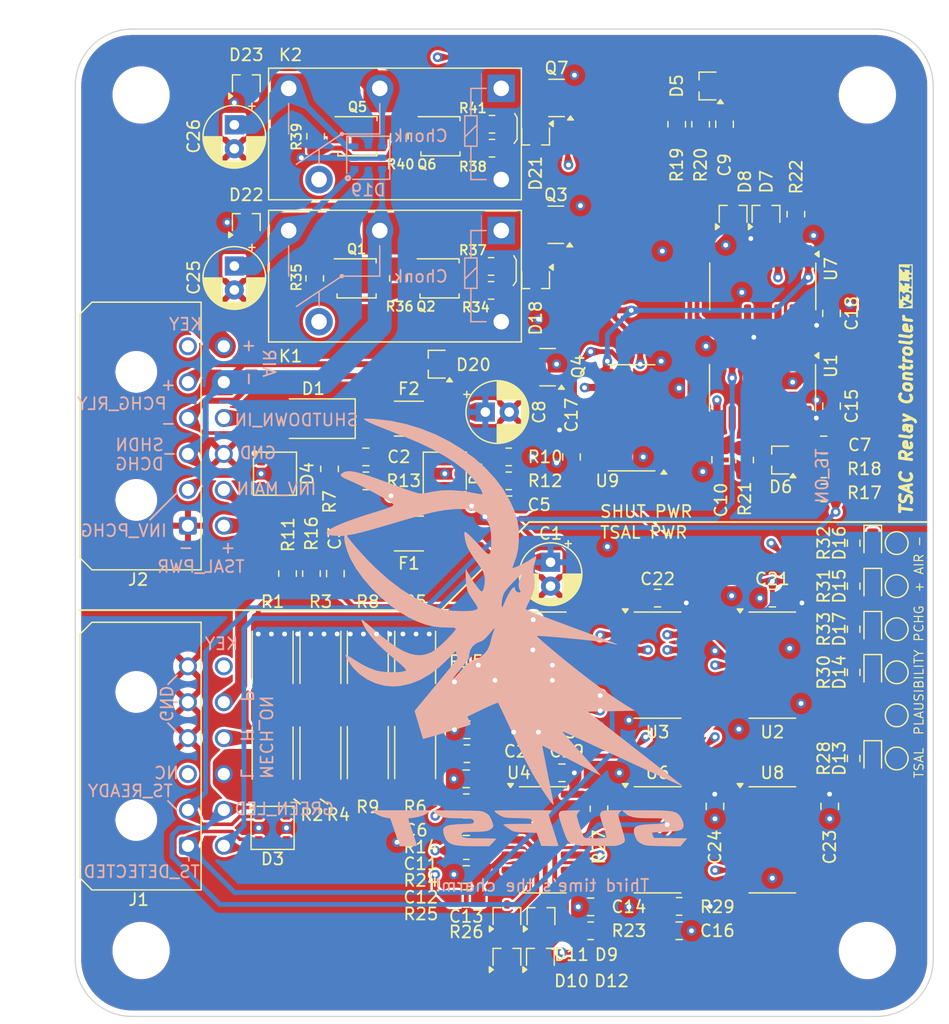
<source format=kicad_pcb>
(kicad_pcb (version 20241229) (generator "pcbnew") (generator_version "9.0")
  (title_block (title "TSAC Relay Controller") (date "2025-10-31") (rev "3.1.1") (company "SUFST - Southampton University Formula Student Team") (comment 1 "STAG 12") (comment 2 "Ray Wang"))
  (layers (0 "F.Cu" jumper) (4 "In1.Cu" signal) (6 "In2.Cu" signal) (2 "B.Cu" signal) (13 "F.Paste" user) (15 "B.Paste" user) (5 "F.SilkS" user "F.Silkscreen") (7 "B.SilkS" user "B.Silkscreen") (1 "F.Mask" user) (3 "B.Mask" user) (25 "Edge.Cuts" user))
  (net 0 "")
  (net 1 "+12V")
  (net 2 "GND")
  (net 3 "/SHDN_IN")
  (net 4 "/PCHG_RLY+")
  (net 5 "/PCHG_RLY-")
  (net 7 "/TS_ON_INPUT")
  (net 8 "/INV_CLOSE_MAIN_CONTACTOR")
  (net 9 "/INV_CLOSE_PCHG_RLY")
  (net 10 "/Control Logic/INV_CLOSE_MAIN_CONTACTOR")
  (net 11 "/Control Logic/INV_CLOSE_PCHG_RLY")
  (net 12 "Net-(D1-K)")
  (net 13 "/CLOSE_NEG_AIR")
  (net 14 "/CLOSE_POS_AIR")
  (net 15 "/CLOSE_PCHG_RLY")
  (net 16 "/POS_AIR")
  (net 17 "/NEG_AIR")
  (net 20 "/Control Logic/TS_ON_INPUT")
  (net 21 "/Control Logic/POR")
  (net 26 "/Control Logic/TS_ENABLED")
  (net 28 "Net-(Q1-D)")
  (net 29 "/Control Logic/IMPLAUSIBLE")
  (net 30 "+12VT")
  (net 31 "/~{PRCHG_MECH_ON}")
  (net 32 "/~{HIGH_AIR_MECH_ON}")
  (net 33 "/~{LOW_AIR_MECH_ON}")
  (net 34 "/TSAL_POWER")
  (net 35 "/~{TS.DETECTED}")
  (net 36 "Net-(R1-Pad2)")
  (net 37 "/Control Logic/HIGH_AIR_INTENDED_ON")
  (net 38 "/Control Logic/LOW_AIR_INTENDED_ON")
  (net 39 "/TS_READY")
  (net 40 "/~{PRCHG_MECH_ON_IN}")
  (net 41 "/~{LOW_AIR_MECH_ON_IN}")
  (net 42 "/~{HIGH_AIR_MECH_ON_IN}")
  (net 45 "/Relays/NEG_AIR_RELAY")
  (net 46 "/Control Logic/PRCHG_INTENDED_ON")
  (net 47 "/Control Logic/TSAL_POR")
  (net 50 "Net-(Q1-G)")
  (net 51 "/GREEN_LED_ON")
  (net 52 "/Relays/POS_AIR_RELAY")
  (net 56 "/Control Logic/PRCHG_MECH_IMP_RC")
  (net 57 "/Control Logic/-AIR_MECH_IMP_RC")
  (net 58 "/Control Logic/+AIR_MECH_IMP_RC")
  (net 59 "/Control Logic/HV_IMP_RC")
  (net 60 "/Control Logic/~{-PRCHG_MECH_IMP}")
  (net 61 "/Control Logic/~{IMP_TRIG}")
  (net 62 "/Control Logic/~{-AIR_MECH_IMP}")
  (net 63 "/Control Logic/~{+AIR_MECH_IMP}")
  (net 64 "/Control Logic/~{HV_IMP}")
  (net 65 "/Control Logic/HV_IMP")
  (net 66 "/Control Logic/PRCHG_MECH_IMP")
  (net 67 "/Control Logic/-AIR_MECH_IMP")
  (net 68 "/Control Logic/+AIR_MECH_IMP")
  (net 69 "/Control Logic/HS_ACTIVE")
  (net 70 "/Control Logic/AIRS_CLSD")
  (net 71 "/Control Logic/IMP_TRIG")
  (net 72 "/Control Logic/TS_UNSAFE")
  (net 73 "/Control Logic/~{TSAL_IMP}")
  (net 74 "/Control Logic/~{-AIR_PRCHG_MECH}")
  (net 75 "/Control Logic/~{+AIR_MECH_HV}")
  (net 76 "/Control Logic/TS_OFF")
  (net 77 "/Control Logic/POR_RC")
  (net 78 "/Control Logic/TSAL_POR_RC")
  (net 79 "/Control Logic/~{TS_ON}")
  (net 80 "/Control Logic/~{IMP}")
  (net 81 "/Control Logic/TS_ON_RC")
  (net 82 "/Control Logic/TS_EN_POR")
  (net 83 "/Control Logic/TS_EN_RISING")
  (net 85 "Net-(D13-K)")
  (net 86 "Net-(D14-K)")
  (net 87 "Net-(D15-K)")
  (net 88 "Net-(D16-K)")
  (net 89 "Net-(D17-K)")
  (net 95 "Net-(Q5-G)")
  (net 96 "Net-(Q5-D)")
  (net 97 "Net-(R5-Pad2)")
  (net 107 "unconnected-(U7B-~{Q}-Pad12)")
  (footprint "Package_SO:SOIC-14_3.9x8.7mm_P1.27mm" (layer "F.Cu") (at 117.98 84.225 -90)
    (property "Reference" "U1")
    (property "Value" "40106")
  )
  (footprint "Resistor_SMD:R_2512_6332Metric" (layer "F.Cu") (at 88.925 106.746092 -90)
    (property "Reference" "R5")
    (property "Value" "270")
  )
  (footprint "Resistor_SMD:R_0805_2012Metric_Pad1.20x1.40mm_HandSolder" (layer "F.Cu") (at 112.8 62.2 90)
    (property "Reference" "R20")
    (property "Value" "47k")
  )
  (footprint "Diode_SMD:D_SMA" (layer "F.Cu") (at 80.4 86.8 180)
    (property "Reference" "D1")
    (property "Value" "SS14+")
  )
  (footprint "Capacitor_SMD:C_0805_2012Metric_Pad1.18x1.45mm_HandSolder" (layer "F.Cu") (at 114.8 62.2 -90)
    (property "Reference" "C9")
    (property "Value" "10u")
  )
  (footprint "Capacitor_SMD:C_0805_2012Metric_Pad1.18x1.45mm_HandSolder" (layer "F.Cu") (at 102 90 90)
    (property "Reference" "C17")
    (property "Value" "100n")
  )
  (footprint "Resistor_SMD:R_0805_2012Metric_Pad1.20x1.40mm_HandSolder" (layer "F.Cu") (at 95.275 76.08 180)
    (property "Reference" "R34")
    (property "Value" "0")
  )
  (footprint "Package_SO:Vishay_PowerPAK_1212-8_Single" (layer "F.Cu") (at 84.1 63.2)
    (property "Reference" "Q5")
    (property "Value" "SiS413DNT")
  )
  (footprint "TestPoint:TestPoint_Pad_D1.5mm" (layer "F.Cu") (at 129.2 97.2 90)
    (property "Reference" "TP2" (hide yes))
    (property "Value" "-AIR_INTENDED")
  )
  (footprint "Package_SO:SOIC-14_3.9x8.7mm_P1.27mm" (layer "F.Cu") (at 118.8 107.4)
    (property "Reference" "U2")
    (property "Value" "4071")
  )
  (footprint "Resistor_SMD:R_0805_2012Metric_Pad1.20x1.40mm_HandSolder" (layer "F.Cu") (at 111 127.5625)
    (property "Reference" "R29")
    (property "Value" "10k")
  )
  (footprint "Resistor_SMD:R_0805_2012Metric_Pad1.20x1.40mm_HandSolder" (layer "F.Cu") (at 110.8 62.2 -90)
    (property "Reference" "R19")
    (property "Value" "1k")
  )
  (footprint "Resistor_SMD:R_0805_2012Metric_Pad1.20x1.40mm_HandSolder" (layer "F.Cu") (at 84.8 92)
    (property "Reference" "R13")
    (property "Value" "10k")
  )
  (footprint "MountingHole:MountingHole_4.3mm_M4" (layer "F.Cu") (at 126.75 59.75 90)
    (property "Reference" "H2" (hide yes))
    (property "Value" "MountingHole")
  )
  (footprint "LED_SMD:LED_0603_1608Metric" (layer "F.Cu") (at 127.2 115.2 -90)
    (property "Reference" "D13")
    (property "Value" "GREEN")
  )
  (footprint "TestPoint:TestPoint_Pad_D1.5mm" (layer "F.Cu") (at 129.2 115.2 90)
    (property "Reference" "GRN1" (hide yes))
    (property "Value" "TestPoint")
  )
  (footprint "TestPoint:TestPoint_Pad_D1.5mm" (layer "F.Cu") (at 129.2 100.8 90)
    (property "Reference" "TP1" (hide yes))
    (property "Value" "+AIR_INTENDED")
  )
  (footprint "LED_SMD:LED_0603_1608Metric" (layer "F.Cu") (at 127.2 108 -90)
    (property "Reference" "D14")
    (property "Value" "RED")
  )
  (footprint "Resistor_SMD:R_0805_2012Metric_Pad1.20x1.40mm_HandSolder" (layer "F.Cu") (at 95.275 74.08)
    (property "Reference" "R37")
    (property "Value" "0")
  )
  (footprint "Resistor_SMD:R_0603_1608Metric_Pad0.98x0.95mm_HandSolder" (layer "F.Cu") (at 125.6 104.4 90)
    (property "Reference" "R33")
    (property "Value" "10k")
  )
  (footprint "Resistor_SMD:R_0805_2012Metric_Pad1.20x1.40mm_HandSolder" (layer "F.Cu") (at 96.75 92)
    (property "Reference" "R12")
    (property "Value" "10k")
  )
  (footprint "Package_TO_SOT_SMD:SOT-323_SC-70" (layer "F.Cu") (at 113.4 59 180)
    (property "Reference" "D5")
    (property "Value" "BAT54W")
  )
  (footprint "Package_SO:SOIC-14_3.9x8.7mm_P1.27mm" (layer "F.Cu") (at 107.025 86.73 180)
    (property "Reference" "U9")
    (property "Value" "4081")
  )
  (footprint "Package_TO_SOT_SMD:SOT-323_SC-70" (layer "F.Cu") (at 90.75 82.25 180)
    (property "Reference" "D20")
    (property "Value" "BAT54W")
  )
  (footprint "Capacitor_SMD:C_0805_2012Metric_Pad1.18x1.45mm_HandSolder" (layer "F.Cu") (at 93.25 108.8 180)
    (property "Reference" "C4")
    (property "Value" "100n")
  )
  (footprint "Package_SO:SOIC-14_3.9x8.7mm_P1.27mm" (layer "F.Cu") (at 99.6 107.4 180)
    (property "Reference" "U5")
    (property "Value" "4081")
  )
  (footprint "Package_SO:SOIC-14_3.9x8.7mm_P1.27mm" (layer "F.Cu") (at 118 75.75 -90)
    (property "Reference" "U7")
    (property "Value" "4013")
  )
  (footprint "Resistor_SMD:R_0603_1608Metric_Pad0.98x0.95mm_HandSolder" (layer "F.Cu") (at 125.6 100.8 90)
    (property "Reference" "R31")
    (property "Value" "10k")
  )
  (footprint "Capacitor_THT:CP_Radial_D5.0mm_P2.00mm" (layer "F.Cu") (at 94.794888 86.25)
    (property "Reference" "C8")
    (property "Value" "100u")
  )
  (footprint "Package_TO_SOT_SMD:SOT-323_SC-70" (layer "F.Cu") (at 99 75.2 -90)
    (property "Reference" "D18")
    (property "Value" "BAT54W")
  )
  (footprint "Capacitor_SMD:C_0805_2012Metric_Pad1.18x1.45mm_HandSolder" (layer "F.Cu") (at 84.8 90)
    (property "Reference" "C2")
    (property "Value" "100n")
  )
  (footprint "Package_TO_SOT_SMD:SOT-323_SC-70" (layer "F.Cu") (at 74.8 70.4 90)
    (property "Reference" "D22")
    (property "Value" "BAT54W")
  )
  (footprint "NetTie:NetTie-2_SMD_Pad0.5mm" (layer "F.Cu") (at 106.75 87 90)
    (property "Reference" "NT2" (hide yes))
    (property "Value" "NetTie_2" (hide yes))
  )
  (footprint "Connector_Molex:Molex_Micro-Fit_3.0_43045-1200_2x06_P3.00mm_Horizontal" (layer "F.Cu") (at 69.92 95.75 90)
    (property "Reference" "J2")
    (property "Value" "Molex 43045-1200")
  )
  (footprint "Capacitor_THT:CP_Radial_D5.0mm_P2.00mm" (layer "F.Cu") (at 73.8 74.044888 -90)
    (property "Reference" "C25")
    (property "Value" "100u")
  )
  (footprint "Capacitor_SMD:C_0805_2012Metric_Pad1.18x1.45mm_HandSolder" (layer "F.Cu") (at 123.75 78 -90)
    (property "Reference" "C18")
    (property "Value" "100n")
  )
  (footprint "MountingHole:MountingHole_4.3mm_M4" (layer "F.Cu") (at 66 59.75 -90)
    (property "Reference" "H1" (hide yes))
    (property "Value" "MountingHole")
  )
  (footprint "PCM_Package_SO_AKL:TSOP-6_1.65x3.05mm_P0.95mm" (layer "F.Cu") (at 77 121)
    (property "Reference" "D3")
    (property "Value" "PESD12VS5UD" (hide yes))
  )
  (footprint "Resistor_SMD:R_2512_6332Metric" (layer "F.Cu") (at 88.925 114.708592 -90)
    (property "Reference" "R6")
    (property "Value" "270")
  )
  (footprint "Capacitor_SMD:C_0805_2012Metric_Pad1.18x1.45mm_HandSolder" (layer "F.Cu") (at 114.48 90.225 -90)
    (property "Reference" "C10")
    (property "Value" "1u")
  )
  (footprint "NetTie:NetTie-2_SMD_Pad0.5mm" (layer "F.Cu") (at 107.75 81 90)
    (property "Reference" "NT3" (hide yes))
    (property "Value" "NetTie_2" (hide yes))
  )
  (footprint "Resistor_SMD:R_0805_2012Metric_Pad1.20x1.40mm_HandSolder" (layer "F.Cu") (at 103.6 129.6 180)
    (property "Reference" "R23")
    (property "Value" "100k")
  )
  (footprint "Package_SO:SOIC-14_3.9x8.7mm_P1.27mm" (layer "F.Cu") (at 99.6 122)
    (property "Reference" "U4")
    (property "Value" "40106")
  )
  (footprint "Package_TO_SOT_SMD:SOT-323_SC-70" (layer "F.Cu") (at 99 63.2 -90)
    (property "Reference" "D21")
    (property "Value" "BAT54W")
  )
  (footprint "Resistor_SMD:R_2512_6332Metric" (layer "F.Cu") (at 81 106.75 -90)
    (property "Reference" "R3")
    (property "Value" "270")
  )
  (footprint "Capacitor_SMD:C_0805_2012Metric_Pad1.18x1.45mm_HandSolder" (layer "F.Cu") (at 123.75 85.75 -90)
    (property "Reference" "C15")
    (property "Value" "100n")
  )
  (footprint "TestPoint:TestPoint_Pad_D1.5mm" (layer "F.Cu") (at 129.2 108 90)
    (property "Reference" "IMP1" (hide yes))
    (property "Value" "TestPoint")
  )
  (footprint "Capacitor_SMD:C_0805_2012Metric_Pad1.18x1.45mm_HandSolder" (layer "F.Cu") (at 111 129.6)
    (property "Reference" "C16")
    (property "Value" "10u")
  )
  (footprint "Package_TO_SOT_SMD:SOT-323_SC-70" (layer "F.Cu") (at 115.51875 69.7125 90)
    (property "Reference" "D8")
    (property "Value" "BAT54W")
  )
  (footprint "Package_TO_SOT_SMD:SOT-23" (layer "F.Cu") (at 100.6875 70.6 180)
    (property "Reference" "Q3")
    (property "Value" "XP262N7002TR-G")
  )
  (footprint "Resistor_SMD:R_0805_2012Metric_Pad1.20x1.40mm_HandSolder" (layer "F.Cu") (at 93.2 118.9)
    (property "Reference" "R24")
    (property "Value" "10k")
  )
  (footprint "Resistor_SMD:R_0805_2012Metric_Pad1.20x1.40mm_HandSolder" (layer "F.Cu") (at 123.1 91)
    (property "Reference" "R18")
    (property "Value" "10k")
  )
  (footprint "Package_TO_SOT_SMD:SOT-323_SC-70" (layer "F.Cu") (at 118.26875 69.7125 90)
    (property "Reference" "D7")
    (property "Value" "BAT54W")
  )
  (footprint "Capacitor_SMD:C_0805_2012Metric_Pad1.18x1.45mm_HandSolder" (layer "F.Cu") (at 109.2 101.8)
    (property "Reference" "C22")
    (property "Value" "100n")
  )
  (footprint "SUFST:Relay_SPDT_Omron-G5Q-1" (layer "F.Cu") (at 96.125 71.08 180)
    (property "Reference" "K1")
    (property "Value" "G5Q-1A-EU DC12")
  )
  (footprint "NetTie:NetTie-2_SMD_Pad0.5mm" (layer "F.Cu") (at 74.2 82.6 -135)
    (property "Reference" "NT5" (hide yes))
    (property "Value" "NetTie_2" (hide yes))
  )
  (footprint "TestPoint:TestPoint_Pad_D1.5mm" (layer "F.Cu") (at 129.2 111.6 90)
    (property "Reference" "~{IMP}1" (hide yes))
    (property "Value" "TestPoint")
  )
  (footprint "Resistor_SMD:R_0805_2012Metric_Pad1.20x1.40mm_HandSolder" (layer "F.Cu") (at 93.2 126.9)
    (property "Reference" "R26")
    (property "Value" "10k")
  )
  (footprint "NetTie:NetTie-2_SMD_Pad0.5mm" (layer "F.Cu") (at 101 86.75)
    (property "Reference" "NT4" (hide yes))
    (property "Value" "NetTie_2" (hide yes))
  )
  (footprint "TestPoint:TestPoint_Pad_D1.5mm" (layer "F.Cu") (at 129.2 104.4 90)
    (property "Reference" "TP3" (hide yes))
    (property "Value" "PRCHG_INTENDED")
  )
  (footprint "LED_SMD:LED_0603_1608Metric" (layer "F.Cu") (at 127.2 97.2 -90)
    (property "Reference" "D16")
    (property "Value" "YELLOW")
  )
  (footprint "Resistor_SMD:R_0805_2012Metric_Pad1.20x1.40mm_HandSolder" (layer "F.Cu") (at 123.1 93 180)
    (property "Reference" "R17")
    (property "Value" "10k")
  )
  (footprint "Resistor_SMD:R_0805_2012Metric_Pad1.20x1.40mm_HandSolder" (layer "F.Cu") (at 104.3 119.4 90)
    (property "Reference" "R27")
    (property "Value" "10k")
  )
  (footprint "Resistor_SMD:R_0805_2012Metric_Pad1.20x1.40mm_HandSolder" (layer "F.Cu") (at 87.6 63.2 -90)
    (property "Reference" "R40")
    (property "Value" "10k")
  )
  (footprint "Package_TO_SOT_SMD:SOT-323_SC-70" (layer "F.Cu") (at 96.6 131.8 90)
    (property "Reference" "D10")
    (property "Value" "BAT54W")
  )
  (footprint "Resistor_SMD:R_0603_1608Metric_Pad0.98x0.95mm_HandSolder" (layer "F.Cu") (at 125.6 108 90)
    (property "Reference" "R30")
    (property "Value" "10k")
  )
  (footprint "SUFST:Relay_SPDT_Omron-G5Q-1" (layer "F.Cu") (at 96.125 59.2 180)
    (property "Reference" "K2")
    (property "Value" "G5Q-1A-EU DC12")
  )
  (footprint "Resistor_SMD:R_0805_2012Metric_Pad1.20x1.40mm_HandSolder" (layer "F.Cu") (at 95.35 64.2 180)
    (property "Reference" "R38")
    (property "Value" "0")
  )
  (footprint "Resistor_SMD:R_0805_2012Metric_Pad1.20x1.40mm_HandSolder" (layer "F.Cu") (at 81.7625 91 90)
    (property "Reference" "R7")
    (property "Value" "10k")
  )
  (footprint "Resistor_SMD:R_0805_2012Metric_Pad1.20x1.40mm_HandSolder" (layer "F.Cu") (at 80.25 99.75 90)
    (property "Reference" "R16")
    (property "Value" "10k")
  )
  (footprint "Connector_Molex:Molex_Micro-Fit_3.0_43045-1200_2x06_P3.00mm_Horizontal" (layer "F.Cu") (at 69.92 122.5 90)
    (property "Reference" "J1")
    (property "Value" "Molex 43045-1200")
  )
  (footprint "Package_TO_SOT_SMD:SOT-323_SC-70" (layer "F.Cu") (at 99.45 128.4 90)
    (property "Reference" "D9")
    (property "Value" "BAT54W")
  )
  (footprint "Resistor_SMD:R_0805_2012Metric_Pad1.20x1.40mm_HandSolder" (layer "F.Cu") (at 80.525 75.08 -90)
    (property "Reference" "R35")
    (property "Value" "10k")
  )
  (footprint "Resistor_SMD:R_0805_2012Metric_Pad1.20x1.40mm_HandSolder" (layer "F.Cu") (at 78.25 99.75 90)
    (property "Reference" "R11")
    (property "Value" "10k")
  )
  (footprint "NetTie:NetTie-2_SMD_Pad0.5mm" (layer "F.Cu") (at 106.1 77.75 180)
    (property "Reference" "NT1" (hide yes))
    (property "Value" "NetTie_2" (hide yes))
  )
  (footprint "Capacitor_SMD:C_0805_2012Metric_Pad1.18x1.45mm_HandSolder" (layer "F.Cu") (at 118.8 101.8)
    (property "Reference" "C21")
    (property "Value" "100n")
  )
  (footprint "Capacitor_SMD:C_0805_2012Metric_Pad1.18x1.45mm_HandSolder" (layer "F.Cu") (at 93.2 124.9 180)
    (property "Reference" "C13")
    (property "Value" "10u")
  )
  (footprint "Capacitor_SMD:C_0805_2012Metric_Pad1.18x1.45mm_HandSolder" (layer "F.Cu") (at 96.75 94)
    (property "Reference" "C5")
    (property "Value" "100n")
  )
  (footprint "Capacitor_SMD:C_0805_2012Metric_Pad1.18x1.45mm_HandSolder" (layer "F.Cu") (at 93.2 120.9 180)
    (property "Reference" "C12")
    (property "Value" "10u")
  )
  (footprint "Package_SO:Vishay_PowerPAK_1212-8_Single" (layer "F.Cu") (at 84.025 75.08)
    (property "Reference" "Q1")
    (property "Value" "SiS413DNT")
  )
  (footprint "PCM_Package_SO_AKL:TSOP-6_1.65x3.05mm_P0.95mm" (layer "F.Cu") (at 91.4 91.4 180)
    (property "Reference" "D2")
    (property "Value" "PESD12VS5UD" (hide yes))
  )
  (footprint "Resistor_SMD:R_2512_6332Metric" (layer "F.Cu") (at 81 114.75 -90)
    (property "Reference" "R4")
    (property "Value" "270")
  )
  (footprint "LED_SMD:LED_0603_1608Metric" (layer "F.Cu") (at 127.2 104.4 -90)
    (property "Reference" "D17")
    (property "Value" "ORANGE")
  )
  (footprint "Package_SO:SOIC-14_3.9x8.7mm_P1.27mm" (layer "F.Cu") (at 109.2 107.4)
    (property "Reference" "U3")
    (property "Value" "4081")
  )
  (footprint "Capacitor_SMD:C_0805_2012Metric_Pad1.18x1.45mm_HandSolder" (layer "F.Cu") (at 101.2 116.4)
    (property "Reference" "C19")
    (property "Value" "100n")
  )
  (footprint "Resistor_SMD:R_0603_1608Metric_Pad0.98x0.95mm_HandSolder" (layer "F.Cu") (at 125.6 115.2 90)
    (property "Reference" "R28")
    (property "Value" "10k")
  )
  (footprint "Package_TO_SOT_SMD:SOT-323_SC-70" (layer "F.Cu") (at 74.8 58.8 90)
    (property "Reference" "D23")
    (property "Value" "BAT54W")
  )
  (footprint "Resistor_SMD:R_0805_2012Metric_Pad1.20x1.40mm_HandSolder" (layer "F.Cu") (at 93.25 110.8 180)
    (property "Reference" "R15")
    (property "Value" "10k")
  )
  (footprint "Capacitor_SMD:C_0805_2012Metric_Pad1.18x1.45mm_HandSolder" (layer "F.Cu") (at 103.6 127.6 180)
    (property "Reference" "C14")
    (property "Value" "10u")
  )
  (footprint "Resistor_SMD:R_2512_6332Metric" (layer "F.Cu") (at 77 106.75 -90)
    (property "Reference" "R1")
    (property "Value" "270")
  )
  (footprint "Resistor_SMD:R_2512_6332Metric" (layer "F.Cu") (at 84.9625 106.746092 -90)
    (property "Reference" "R8")
    (property "Value" "270")
  )
  (footprint "Package_TO_SOT_SMD:SOT-323_SC-70" (layer "F.Cu") (at 96.6 128.4 90)
    (property "Reference" "D11")
    (property "Value" "BAT54W")
  )
  (footprint "Resistor_SMD:R_2512_6332Metric" (layer "F.Cu") (at 77 114.75 -90)
    (property "Reference" "R2")
    (property "Value" "270")
  )
  (footprint "Capacitor_SMD:C_0805_2012Metric_Pad1.18x1.45mm_HandSolder" (layer "F.Cu") (at 93.25 112.8 180)
    (property "Reference" "C6")
    (property "Value" "100n")
  )
  (footprint "MountingHole:MountingHole_4.3mm_M4" (layer "F.Cu") (at 66 131.25)
    (property "Reference" "H3" (hide yes))
    (property "Value" "MountingHole")
  )
  (footprint "Package_SO:SOIC-14_3.9x8.7mm_P1.27mm" (layer "F.Cu") (at 118.8 122)
    (property "Reference" "U8")
    (property "Value" "4013")
  )
  (footprint "Resistor_SMD:R_2512_6332Metric" (layer "F.Cu") (at 84.9625 114.708592 -90)
    (property "Reference" "R9")
    (property "Value" "270")
  )
  (footprint "Package_SO:SOIC-14_3.9x8.7mm_P1.27mm" (layer "F.Cu") (at 109.2 122)
    (property "Reference" "U6")
    (property "Value" "40106")
  )
  (footprint "Capacitor_SMD:C_0805_2012Metric_Pad1.18x1.45mm_HandSolder" (layer "F.Cu") (at 82.25 99.75 90)
    (property "Reference" "C3")
    (property "Value" "100n")
  )
  (footprint "Fuse:Fuse_Littelfuse-NANO2-451_453" (layer "F.Cu") (at 88.4 96.4)
    (property "Reference" "F1")
    (property "Value" "0448.500MR")
  )
  (footprint "Resistor_SMD:R_0805_2012Metric_Pad1.20x1.40mm_HandSolder" (layer "F.Cu") (at 87.525 75.08 -90)
    (property "Reference" "R36")
    (property "Value" "10k")
  )
  (footprint "Capacitor_SMD:C_0805_2012Metric_Pad1.18x1.45mm_HandSolder" (layer "F.Cu") (at 93.2 116.9 180)
    (property "Reference" "C11")
    (property "Value" "10u")
  )
  (footprint "Capacitor_THT:CP_Radial_D5.0mm_P2.00mm" (layer "F.Cu") (at 73.8 62.244887 -90)
    (property "Reference" "C26")
    (property "Value" "100u")
  )
  (footprint "Resistor_SMD:R_0805_2012Metric_Pad1.20x1.40mm_HandSolder" (layer "F.Cu") (at 93.25 114.8 180)
    (property "Reference" "R14")
    (property "Value" "10k")
  )
  (footprint "Capacitor_THT:CP_Radial_D5.0mm_P2.00mm" (layer "F.Cu") (at 100.25 98.8 -90)
    (property "Reference" "C1")
    (property "Value" "100u")
  )
  (footprint "Capacitor_SMD:C_0805_2012Metric_Pad1.18x1.45mm_HandSolder" (layer "F.Cu") (at 123.1 89)
    (property "Reference" "C7")
    (property "Value" "100n")
  )
  (footprint "PCM_Package_SO_AKL:TSOP-6_1.65x3.05mm_P0.95mm" (layer "F.Cu") (at 77.2 91.4)
    (property "Reference" "D4")
    (property "Value" "PESD12VS5UD" (hide yes))
  )
  (footprint "MountingHole:MountingHole_4.3mm_M4" (layer "F.Cu") (at 126.75 131.25)
    (property "Reference" "H4" (hide yes))
    (property "Value" "MountingHole")
  )
  (footprint "LED_SMD:LED_0603_1608Metric" (layer "F.Cu") (at 127.2 100.8 -90)
    (property "Reference" "D15")
    (property "Value" "BLUE")
  )
  (footprint "Resistor_SMD:R_0805_2012Metric_Pad1.20x1.40mm_HandSolder" (layer "F.Cu") (at 96.75 90)
    (property "Reference" "R10")
    (property "Value" "10k")
  )
  (footprint "Fuse:Fuse_Littelfuse-NANO2-451_453" (layer "F.Cu") (at 88.4 86.8)
    (property "Reference" "F2")
    (property "Value" "0448.500MR")
  )
  (footprint "Resistor_SMD:R_0805_2012Metric_Pad1.20x1.40mm_HandSolder" (layer "F.Cu") (at 120.76875 69.7125 -90)
    (property "Reference" "R22")
    (property "Value" "10k")
  )
  (footprint "Resistor_SMD:R_0805_2012Metric_Pad1.20x1.40mm_HandSolder" (layer "F.Cu") (at 95.35 62.2)
    (property "Reference" "R41")
    (property "Value" "0")
  )
  (footprint "Package_TO_SOT_SMD:SOT-323_SC-70" (layer "F.Cu") (at 99.4 131.8 90)
    (property "Reference" "D12")
    (property "Value" "BAT54W")
  )
  (footprint "Package_TO_SOT_SMD:SOT-23" (layer "F.Cu") (at 100.75 60 180)
    (property "Reference" "Q7")
    (property "Value" "XP262N7002TR-G")
  )
  (footprint "Capacitor_SMD:C_0805_2012Metric_Pad1.18x1.45mm_HandSolder" (layer "F.Cu") (at 114 119.2 90)
    (property "Reference" "C24")
    (property "Value" "100n")
  )
  (footprint "Package_SO:Vishay_PowerPAK_1212-8_Single" (layer "F.Cu") (at 90.9675 75.08)
    (property "Reference" "Q2")
    (property "Value" "SiS413DNT")
  )
  (footprint "Package_SO:Vishay_PowerPAK_1212-8_Single" (layer "F.Cu") (at 91.0425 63.2)
    (property "Reference" "Q6")
    (property "Value" "SiS413DNT")
  )
  (footprint "Resistor_SMD:R_0603_1608Metric_Pad0.98x0.95mm_HandSolder" (layer "F.Cu") (at 125.6 97.2 90)
    (property "Reference" "R32")
    (property "Value" "10k")
  )
  (footprint "Package_TO_SOT_SMD:SOT-323_SC-70" (layer "F.Cu") (at 119.48 90.2625 180)
    (property "Reference" "D6")
    (property "Value" "BAT54W")
  )
  (footprint "Resistor_SMD:R_0805_2012Metric_Pad1.20x1.40mm_HandSolder" (layer "F.Cu") (at 116.48 90.2625 -90)
    (property "Reference" "R21")
    (property "Value" "100k")
  )
  (footprint "Capacitor_SMD:C_0805_2012Metric_Pad1.18x1.45mm_HandSolder" (layer "F.Cu") (at 123.6 119.2 90)
    (property "Reference" "C23")
    (property "Value" "100n")
  )
  (footprint "Resistor_SMD:R_0805_2012Metric_Pad1.20x1.40mm_HandSolder" (layer "F.Cu") (at 80.6 63.2 -90)
    (property "Reference" "R39")
    (property "Value" "10k")
  )
  (footprint "Package_TO_SOT_SMD:SOT-23" (layer "F.Cu") (at 100 82.5 180)
    (property "Reference" "Q4")
    (property "Value" "XP262N7002TR-G")
  )
  (footprint "Resistor_SMD:R_0805_2012Metric_Pad1.20x1.40mm_HandSolder" (layer "F.Cu") (at 93.2 122.9)
    (property "Reference" "R25")
    (property "Value" "10k")
  )
  (footprint "Capacitor_SMD:C_0805_2012Metric_Pad1.18x1.45mm_HandSolder" (layer "F.Cu") (at 98.2 113 180)
    (property "Reference" "C20")
    (property "Value" "100n")
  )
  (footprint "PCM_Package_SO_AKL:TSOP-6_1.65x3.05mm_P0.95mm" (layer "B.Cu") (at 85 65)
    (property "Reference" "D19")
    (property "Value" "PESD12VS5UD" (hide yes))
  )
  (footprint "sufst-lib:sufst-text" (layer "B.Cu") (at 98.5 121 180)
    (property "Reference" "G***" (hide yes))
    (property "Value" "LOGO" (hide yes))
  )
  (footprint "sufst-lib:Stag" (layer "B.Cu") (at 96.525 102.98 180)
    (property "Reference" "G***" (hide yes))
    (property "Value" "LOGO" (hide yes))
  )
  (gr_line (start 91.086137 102.802882) (end 98.446618 95.442401) (stroke (width 0.15)) (layer "F.SilkS"))
  (gr_line (start 97.375 73.53) (end 97.375 75.33) (stroke (width 0.12)) (layer "F.SilkS"))
  (gr_line (start 97.45 61.65) (end 97.45 63.45) (stroke (width 0.12)) (layer "F.SilkS"))
  (gr_line (start 97.175 73.18) (end 97.375 73.53) (stroke (width 0.12)) (layer "F.SilkS"))
  (gr_line (start 97.375 75.33) (end 97.125 75.68) (stroke (width 0.12)) (layer "F.SilkS"))
  (gr_line (start 60.8 102.8) (end 91.086137 102.802882) (stroke (width 0.15)) (layer "F.SilkS"))
  (gr_line (start 97.45 63.45) (end 97.2 63.8) (stroke (width 0.12)) (layer "F.SilkS"))
  (gr_line (start 81.6 119) (end 81 118.6) (stroke (width 0.15)) (layer "F.SilkS"))
  (gr_line (start 98.5 95.440066) (end 131.75 95.440066) (stroke (width 0.15)) (layer "F.SilkS"))
  (gr_line (start 97.25 61.3) (end 97.45 61.65) (stroke (width 0.12)) (layer "F.SilkS"))
  (gr_line (start 79.3 119) (end 78.8 118.6) (stroke (width 0.15)) (layer "F.SilkS"))
  (gr_line (start 70 123.5) (end 70 123.75) (stroke (width 0.15)) (layer "B.SilkS"))
  (gr_line (start 68.75 89.75) (end 68 89.75) (stroke (width 0.15)) (layer "B.SilkS"))
  (gr_line (start 68.25 118.75) (end 69 119.5) (stroke (width 0.15)) (layer "B.SilkS"))
  (gr_line (start 69 93) (end 66.75 95.25) (stroke (width 0.15)) (layer "B.SilkS"))
  (gr_line (start 68.25 112.25) (end 69 113) (stroke (width 0.15)) (layer "B.SilkS"))
  (gr_line (start 69 110.5) (end 68.75 110.5) (stroke (width 0.15)) (layer "B.SilkS"))
  (gr_line (start 69 108.25) (end 68.25 109) (stroke (width 0.15)) (layer "B.SilkS"))
  (gr_arc (start 65.25 136.756574) (mid 61.886594 135.363406) (end 60.5 131.750027) (stroke (width 0.1)) (layer "Edge.Cuts"))
  (gr_line (start 132.256574 132) (end 132.256574 59) (stroke (width 0.1)) (layer "Edge.Cuts"))
  (gr_line (start 127.5 54.243426) (end 65.25 54.243426) (stroke (width 0.1)) (layer "Edge.Cuts"))
  (gr_arc (start 127.5 54.243426) (mid 130.863406 55.636594) (end 132.256574 59) (stroke (width 0.1)) (layer "Edge.Cuts"))
  (gr_arc (start 60.5 58.750008) (mid 61.886594 55.636594) (end 65.25 54.243426) (stroke (width 0.1)) (layer "Edge.Cuts"))
  (gr_line (start 60.5 58.750008) (end 60.5 131.750027) (stroke (width 0.1)) (layer "Edge.Cuts"))
  (gr_arc (start 132.256574 132) (mid 130.863406 135.363406) (end 127.5 136.756574) (stroke (width 0.1)) (layer "Edge.Cuts"))
  (gr_line (start 65.25 136.756574) (end 127.5 136.756574) (stroke (width 0.1)) (layer "Edge.Cuts"))
  (gr_text "PCHG" (at 131.5 105.5 90) (layer "F.SilkS") (effects (font (size 0.75 0.75) (thickness 0.09375)) (justify left bottom)))
  (gr_text "v3.1.1" (at 130 75.75 90) (layer "F.SilkS" knockout) (effects (font (size 0.8 0.8) (thickness 0.18) (bold yes) (italic yes))))
  (gr_text "TSAL PWR" (at 104.3 96.9 0) (layer "F.SilkS") (effects (font (size 1 1)) (justify left bottom)))
  (gr_text "TSAC Relay Controller" (at 130 86.5 90) (layer "F.SilkS") (effects (font (size 1 1) (thickness 0.25) (bold yes) (italic yes))))
  (gr_text "PLAUSIBILITY" (at 131.5 113.3 90) (layer "F.SilkS") (effects (font (size 0.75 0.75) (thickness 0.09375)) (justify left bottom)))
  (gr_text "TSAL" (at 131.5 116.9 90) (layer "F.SilkS") (effects (font (size 0.75 0.75) (thickness 0.09375)) (justify left bottom)))
  (gr_text "+ AIR -" (at 131.5 101.4 90) (layer "F.SilkS") (effects (font (size 0.75 0.75) (thickness 0.09375)) (justify left bottom)))
  (gr_text "SHUT PWR" (at 104.3 95.15 0) (layer "F.SilkS") (effects (font (size 1 1)) (justify left bottom)))
  (gr_text "GREEN_LED" (at 82.25 120 0) (layer "B.SilkS") (effects (font (size 1 1)) (justify left bottom mirror)))
  (gr_text "NC" (at 69.25 117 0) (layer "B.SilkS") (effects (font (size 1 1)) (justify left bottom mirror)))
  (gr_text "GND" (at 77.4 90.25 0) (layer "B.SilkS") (effects (font (size 1 1)) (justify left bottom mirror)))
  (gr_text "TS_READY" (at 68.75 118.5 0) (layer "B.SilkS") (effects (font (size 1 1)) (justify left bottom mirror)))
  (gr_text "MECH_ON\nL   H   P" (at 74.25 117 270) (layer "B.SilkS") (effects (font (size 1 1)) (justify left bottom mirror)))
  (gr_text " AIR\n-  +" (at 74.5 84.2 270) (layer "B.SilkS") (effects (font (size 1 1)) (justify left bottom mirror)))
  (gr_text "KEY" (at 71.2 79.5 0) (layer "B.SilkS") (effects (font (size 1 1)) (justify left bottom mirror)))
  (gr_text "GND" (at 67.5 112.25 -90) (layer "B.SilkS") (effects (font (size 1 1)) (justify left bottom mirror)))
  (gr_text "KEY" (at 74.2 106.2 0) (layer "B.SilkS") (effects (font (size 1 1)) (justify left bottom mirror)))
  (gr_text "SHUTDOWN_IN\n" (at 84.25 87.5 0) (layer "B.SilkS") (effects (font (size 1 1)) (justify left bottom mirror)))
  (gr_text "SHDN\nDCHG" (at 68 89.8 0) (layer "B.SilkS") (effects (font (size 1 1)) (justify left mirror)))
  (gr_text " +   -\nTSAL_PWR" (at 74.75 99.75 0) (layer "B.SilkS") (effects (font (size 1 1)) (justify left bottom mirror)))
  (gr_text "TS_ON\n" (at 123.55 89.2 90) (layer "B.SilkS") (effects (font (size 1 1)) (justify left bottom mirror)))
  (gr_text "+\n PCHG_RLY\n-\n" (at 69 87.75 0) (layer "B.SilkS") (effects (font (size 1 1)) (justify left bottom mirror)))
  (gr_text "Third time's the charm!" (at 108.6 126.4 0) (layer "B.SilkS") (effects (font (size 1 1)) (justify left bottom mirror)))
  (gr_text "INV_MAIN" (at 80.75 93.25 0) (layer "B.SilkS") (effects (font (size 1 1)) (justify left bottom mirror)))
  (gr_text "INV_PCHG" (at 68.25 96.75 0) (layer "B.SilkS") (effects (font (size 1 1)) (justify left bottom mirror)))
  (gr_text "Chonk" (at 91.75 63.75 0) (layer "B.SilkS") (effects (font (size 1 1)) (justify left bottom mirror)))
  (gr_text "TS_DETECTED" (at 71 125.25 0) (layer "B.SilkS") (effects (font (size 1 1)) (justify left bottom mirror)))
  (gr_text "Chonk" (at 91.75 75.5 0) (layer "B.SilkS") (effects (font (size 1 1)) (justify left bottom mirror)))
  (segment (start 96.275 78.48) (end 96.055 78.7) (width 0.4) (layer "F.Cu") (net 1))
  (segment (start 96.275 76.08) (end 96.275 78.48) (width 0.4) (layer "F.Cu") (net 1))
  (segment (start 91.4 87.345) (end 90.855 86.8) (width 0.5) (layer "F.Cu") (net 1))
  (segment (start 96.35 64.2) (end 96.35 66.6) (width 0.4) (layer "F.Cu") (net 1))
  (segment (start 116.73 73.275) (end 116.73 72.02) (width 0.4) (layer "F.Cu") (net 1))
  (segment (start 121.81 78.225) (end 122.5 78.915) (width 0.4) (layer "F.Cu") (net 1))
  (segment (start 103.9575 90.54) (end 104.55 90.54) (width 0.4) (layer "F.Cu") (net 1))
  (segment (start 90.24 90.45) (end 91.2 90.45) (width 0.5) (layer "F.Cu") (net 1))
  (segment (start 101 87.75) (end 102 88.75) (width 0.4) (layer "F.Cu") (net 1))
  (segment (start 103.5775 90.54) (end 104.55 90.54) (width 0.4) (layer "F.Cu") (net 1))
  (segment (start 116.73 78.225) (end 116.73 79.48) (width 0.4) (layer "F.Cu") (net 1))
  (segment (start 122.585 79) (end 122.6225 79.0375) (width 0.4) (layer "F.Cu") (net 1))
  (segment (start 123.4625 86.75) (end 122.48 86.75) (width 0.4) (layer "F.Cu") (net 1))
  (segment (start 91.4 90.45) (end 91.4 87.345) (width 0.5) (layer "F.Cu") (net 1))
  (segment (start 121.84 86.75) (end 121.79 86.7) (width 0.4) (layer "F.Cu") (net 1))
  (segment (start 99 76.2) (end 96.395 76.2) (width 0.4) (layer "F.Cu") (net 1))
  (segment (start 90.855 86.8) (end 91.405 86.25) (width 1) (layer "F.Cu") (net 1))
  (segment (start 96.755 67.45) (end 96.125 66.82) (width 0.4) (layer "F.Cu") (net 1))
  (segment (start 96.125 66.82) (end 96.125 66.855) (width 0.4) (layer "F.Cu") (net 1))
  (segment (start 122.5 78.915) (end 122.5 79) (width 0.4) (layer "F.Cu") (net 1))
  (segment (start 91.405 86.25) (end 94.794888 86.25) (width 1) (layer "F.Cu") (net 1))
  (segment (start 122.6225 79.0375) (end 123.75 79.0375) (width 0.4) (layer "F.Cu") (net 1))
  (segment (start 122.5 79) (end 122.585 79) (width 0.4) (layer "F.Cu") (net 1))
  (segment (start 116.73 72.02) (end 117 71.75) (width 0.4) (layer "F.Cu") (net 1))
  (segment (start 101.75 88.7125) (end 103.5775 90.54) (width 0.4) (layer "F.Cu") (net 1))
  (segment (start 102 88.75) (end 102 88.9625) (width 0.4) (layer "F.Cu") (net 1))
  (segment (start 90.855 86.8) (end 90.855 87.455) (width 0.4) (layer "F.Cu") (net 1))
  (segment (start 96.395 76.2) (end 96.275 76.08) (width 0.4) (layer "F.Cu") (net 1))
  (segment (start 96.35 66.6) (end 96.13 66.82) (width 0.4) (layer "F.Cu") (net 1))
  (segment (start 91.2 90.45) (end 92.56 90.45) (width 0.5) (layer "F.Cu") (net 1))
  (segment (start 122.48 86.75) (end 121.84 86.75) (width 0.4) (layer "F.Cu") (net 1))
  (segment (start 116.73 79.48) (end 117.25 80) (width 0.4) (layer "F.Cu") (net 1))
  (segment (start 99 64.2) (end 96.35 64.2) (width 0.4) (layer "F.Cu") (net 1))
  (via (at 122.48 86.75) (size 0.8) (drill 0.4) (layers "F.Cu" "B.Cu") (net 1))
  (via (at 101 87.75) (size 0.8) (drill 0.4) (layers "F.Cu" "B.Cu") (net 1))
  (via (at 117 71.75) (size 0.8) (drill 0.4) (layers "F.Cu" "B.Cu") (net 1))
  (via (at 117.25 80) (size 0.8) (drill 0.4) (layers "F.Cu" "B.Cu") (net 1))
  (via (at 122.5 79) (size 0.8) (drill 0.4) (layers "F.Cu" "B.Cu") (net 1))
  (segment (start 115.46 77.64) (end 115.46 78.225) (width 0.4) (layer "F.Cu") (net 2))
  (segment (start 102.25 58.4875) (end 102.25 58.1) (width 0.4) (layer "F.Cu") (net 2))
  (segment (start 100.9375 82.0625) (end 100.9375 81.55) (width 0.4) (layer "F.Cu") (net 2))
  (segment (start 101.0375 90.7875) (end 100.75 90.5) (width 0.4) (layer "F.Cu") (net 2))
  (segment (start 118 77.738026) (end 118 78.225) (width 0.4) (layer "F.Cu") (net 2))
  (segment (start 122.5 85.25) (end 123.2125 85.25) (width 0.4) (layer "F.Cu") (net 2))
  (segment (start 125.25 77.25) (end 124.0375 77.25) (width 0.4) (layer "F.Cu") (net 2))
  (segment (start 97.75 89.9625) (end 97.75 89.75) (width 0.4) (layer "F.Cu") (net 2))
  (segment (start 97.7125 90) (end 97.75 89.9625) (width 0.4) (layer "F.Cu") (net 2))
  (segment (start 114.17 81.75) (end 113.25 80.83) (width 0.4) (layer "F.Cu") (net 2))
  (segment (start 123.2125 85.25) (end 123.75 84.7125) (width 0.4) (layer "F.Cu") (net 2))
  (segment (start 99.2375 113) (end 99.5375 113) (width 0.4) (layer "F.Cu") (net 2))
  (segment (start 102.25 90.7875) (end 101.0375 90.7875) (width 0.4) (layer "F.Cu") (net 2))
  (segment (start 113.0175 91.2625) (end 112.98 91.225) (width 0.4) (layer "F.Cu") (net 2))
  (segment (start 114.48 91.2625) (end 113.0175 91.2625) (width 0.4) (layer "F.Cu") (net 2))
  (segment (start 113.25 80.83) (end 113.25 80.75) (width 0.4) (layer "F.Cu") (net 2))
  (segment (start 100.75 82.25) (end 100.9375 82.0625) (width 0.4) (layer "F.Cu") (net 2))
  (segment (start 121.4625 70.7125) (end 122.25 71.5) (width 0.4) (layer "F.Cu") (net 2))
  (segment (start 101.6875 59.05) (end 102.25 58.4875) (width 0.4) (layer "F.Cu") (net 2))
  (segment (start 124.0375 77.25) (end 123.75 76.9625) (width 0.4) (layer "F.Cu") (net 2))
  (segment (start 90.24 91.4) (end 91.4 91.4) (width 0.5) (layer "F.Cu") (net 2))
  (segment (start 120.76875 70.7125) (end 121.4625 70.7125) (width 0.4) (layer "F.Cu") (net 2))
  (segment (start 99.5375 113) (end 99.7875 113.25) (width 0.4) (layer "F.Cu") (net 2))
  (via (at 114 120.2375) (size 0.8) (drill 0.4) (layers "F.Cu" "B.Cu") (net 2))
  (via (at 122.5 85.25) (size 0.8) (drill 0.4) (layers "F.Cu" "B.Cu") (net 2))
  (via (at 75.84 121) (size 0.8) (drill 0.4) (layers "F.Cu" "B.Cu") (net 2))
  (via (at 79.4 65) (size 0.8) (drill 0.4) (layers "F.Cu" "B.Cu") (net 2))
  (via (at 114.9 72.3) (size 0.8) (drill 0.4) (layers "F.Cu" "B.Cu") (net 2))
  (via (at 105 97.5) (size 0.8) (drill 0.4) (layers "F.Cu" "B.Cu") (net 2))
  (via (at 111 84.25) (size 0.8) (drill 0.4) (layers "F.Cu" "B.Cu") (net 2))
  (via (at 100.75 82.25) (size 0.8) (drill 0.4) (layers "F.Cu" "B.Cu") (net 2))
  (via (at 92.2125 108.8) (size 0.8) (drill 0.4) (layers "F.Cu" "B.Cu") (net 2))
  (via (at 112.98 91.225) (size 0.8) (drill 0.4) (layers "F.Cu" "B.Cu") (net 2))
  (via (at 121.2 110.6) (size 0.8) (drill 0.4) (layers "F.Cu" "B.Cu") (net 2))
  (via (at 91.4 91.4) (size 0.8) (drill 0.4) (layers "F.Cu" "B.Cu") (net 2))
  (via (at 87.4 122.2) (size 0.8) (drill 0.4) (layers "F.Cu" "B.Cu") (net 2))
  (via (at 102.75 69) (size 0.8) (drill 0.4) (layers "F.Cu" "B.Cu") (net 2))
  (via (at 102.25 58.1) (size 0.8) (drill 0.4) (layers "F.Cu" "B.Cu") (net 2))
  (via (at 106.8 127.6) (size 0.8) (drill 0.4) (layers "F.Cu" "B.Cu") (net 2))
  (via (at 109.5 82) (size 0.8) (drill 0.4) (layers "F.Cu" "B.Cu") (net 2))
  (via (at 106 116.4) (size 0.8) (drill 0.4) (layers "F.Cu" "B.Cu") (net 2))
  (via (at 113.25 80.75) (size 0.8) (drill 0.4) (layers "F.Cu" "B.Cu") (net 2))
  (via (at 123.6 120.2375) (size 0.8) (drill 0.4) (layers "F.Cu" "B.Cu") (net 2))
  (via (at 108 90) (size 0.8) (drill 0.4) (layers "F.Cu" "B.Cu") (net 2))
  (via (at 76.04 91.4) (size 0.8) (drill 0.4) (layers "F.Cu" "B.Cu") (net 2))
  (via (at 116.25 76.25) (size 0.8) (drill 0.4) (layers "F.Cu" "B.Cu") (net 2))
  (via (at 116 112.75) (size 0.8) (drill 0.4) (layers "F.Cu" "B.Cu") (net 2))
  (via (at 114 106.2) (size 0.8) (drill 0.4) (layers "F.Cu" "B.Cu") (net 2))
  (via (at 78.16 121) (size 0.8) (drill 0.4) (layers "F.Cu" "B.Cu") (net 2))
  (via (at 118.8 125.2) (size 0.8) (drill 0.4) (layers "F.Cu" "B.Cu") (net 2))
  (via (at 117.7625 101.8) (size 0.8) (drill 0.4) (layers "F.Cu" "B.Cu") (net 2))
  (via (at 92.1625 116.9) (size 0.8) (drill 0.4) (layers "F.Cu" "B.Cu") (net 2))
  (via (at 94.75 95) (size 0.8) (drill 0.4) (layers "F.Cu" "B.Cu") (net 2))
  (via (at 102.5625 127.6) (size 0.8) (drill 0.4) (layers "F.Cu" "B.Cu") (net 2))
  (via (at 73.2 70.4) (size 0.8) (drill 0.4) (layers "F.Cu" "B.Cu") (net 2))
  (via (at 98.75 90) (size 0.8) (drill 0.4) (layers "F.Cu" "B.Cu") (net 2))
  (via (at 73.8 60.4) (size 0.8) (drill 0.4) (layers "F.Cu" "B.Cu") (net 2))
  (via (at 106.8 112) (size 0.8) (drill 0.4) (layers "F.Cu" "B.Cu") (net 2))
  (via (at 99.25 78.5) (size 0.8) (drill 0.4) (layers "F.Cu" "B.Cu") (net 2))
  (via (at 100.75 90.5) (size 0.8) (drill 0.4) (layers "F.Cu" "B.Cu") (net 2))
  (via (at 99.2375 113) (size 0.8) (drill 0.4) (layers "F.Cu" "B.Cu") (net 2))
  (via (at 120.25 106) (size 0.8) (drill 0.4) (layers "F.Cu" "B.Cu") (net 2))
  (via (at 92.2125 112.8) (size 0.8) (drill 0.4) (layers "F.Cu" "B.Cu") (net 2))
  (via (at 122.25 71.5) (size 0.8) (drill 0.4) (layers "F.Cu" "B.Cu") (net 2))
  (via (at 92.1625 124.9) (size 0.8) (drill 0.4) (layers "F.Cu" "B.Cu") (net 2))
  (via (at 109.6 72.8) (size 0.8) (drill 0.4) (layers "F.Cu" "B.Cu") (net 2))
  (via (at 120.5 83.75) (size 0.8) (drill 0.4) (layers "F.Cu" "B.Cu") (net 2))
  (via (at 125.25 77.25) (size 0.8) (drill 0.4) (layers "F.Cu" "B.Cu") (net 2))
  (via (at 112.0375 129.6) (size 0.8) (drill 0.4) (layers "F.Cu" "B.Cu") (net 2))
  (via (at 115.4 101.6) (size 0.8) (drill 0.4) (layers "F.Cu" "B.Cu") (net 2))
  (segment (start 86.16 65) (end 83.84 65) (width 0.5) (layer "B.Cu") (net 2))
  (segment (start 83.84 65) (end 79.4 65) (width 0.5) (layer "B.Cu") (net 2))
  (segment (start 72.92 86.7125) (end 72.9575 86.75) (width 0.4) (layer "F.Cu") (net 3))
  (segment (start 78.4 86.8) (end 78.35 86.75) (width 1) (layer "F.Cu") (net 3))
  (segment (start 78.25 71.175) (end 78.345 71.08) (width 1) (layer "F.Cu") (net 3))
  (segment (start 90.8 56.6) (end 110 56.6) (width 0.4) (layer "F.Cu") (net 3))
  (segment (start 110 56.6) (end 112.4 59) (width 0.4) (layer "F.Cu") (net 3))
  (segment (start 110.8 61.55) (end 110.95 61.55) (width 0.4) (layer "F.Cu") (net 3))
  (segment (start 78.35 86.75) (end 72.92 86.75) (width 1) (layer "F.Cu") (net 3))
  (via (at 90.8 56.6) (size 0.8) (drill 0.4) (layers "F.Cu" "B.Cu") (net 3))
  (segment (start 73.8 74.044888) (end 75.380112 74.044888) (width 1.5) (layer "B.Cu") (net 3))
  (segment (start 75.380112 74.044888) (end 78.345 71.08) (width 1.5) (layer "B.Cu") (net 3))
  (segment (start 83.84 66.127742) (end 78.887742 71.08) (width 0.5) (layer "B.Cu") (net 3))
  (segment (start 83.84 65.95) (end 83.84 66.127742) (width 0.5) (layer "B.Cu") (net 3))
  (segment (start 78.887742 71.08) (end 78.345 71.08) (width 0.5) (layer "B.Cu") (net 3))
  (segment (start 89.75 82.25) (end 74.25 82.25) (width 0.5) (layer "F.Cu") (net 4))
  (segment (start 69.92 83.75) (end 71.42 82.25) (width 0.5) (layer "F.Cu") (net 4))
  (segment (start 71.42 82.25) (end 74.25 82.25) (width 0.5) (layer "F.Cu") (net 4))
  (segment (start 91.75 83.25) (end 91.25 83.25) (width 0.5) (layer "F.Cu") (net 5))
  (segment (start 91.25 83.25) (end 75.85 83.25) (width 0.5) (layer "F.Cu") (net 5))
  (segment (start 92.25 83.25) (end 91.75 83.25) (width 0.5) (layer "F.Cu") (net 5))
  (segment (start 78.36 89.76) (end 76.6 88) (width 0.3) (layer "F.Cu") (net 5))
  (segment (start 92.1 83.25) (end 91.75 82.9) (width 0.5) (layer "F.Cu") (net 5))
  (segment (start 75.85 83.25) (end 73.8 85.3) (width 0.5) (layer "F.Cu") (net 5))
  (segment (start 71.17 88) (end 69.92 86.75) (width 0.3) (layer "F.Cu") (net 5))
  (segment (start 92.25 83.25) (end 92.1 83.25) (width 0.5) (layer "F.Cu") (net 5))
  (segment (start 76.6 88) (end 71.17 88) (width 0.3) (layer "F.Cu") (net 5))
  (segment (start 91.75 82.9) (end 91.75 83.25) (width 0.4) (layer "F.Cu") (net 5))
  (segment (start 78.36 90.45) (end 78.36 89.76) (width 0.3) (layer "F.Cu") (net 5))
  (segment (start 91.75 82.9) (end 91.4 83.25) (width 0.4) (layer "F.Cu") (net 5))
  (segment (start 71.37 85.3) (end 69.92 86.75) (width 0.5) (layer "F.Cu") (net 5))
  (segment (start 73.8 85.3) (end 71.37 85.3) (width 0.5) (layer "F.Cu") (net 5))
  (segment (start 99.0625 82.5) (end 98.3125 83.25) (width 0.5) (layer "F.Cu") (net 5))
  (segment (start 98.3125 83.25) (end 92.25 83.25) (width 0.5) (layer "F.Cu") (net 5))
  (segment (start 91.4 83.25) (end 91.25 83.25) (width 0.4) (layer "F.Cu") (net 5))
  (segment (start 124.1 91) (end 124.1 93) (width 0.5) (layer "F.Cu") (net 7))
  (segment (start 78.16 122.05) (end 77.51 122.7) (width 0.3) (layer "F.Cu") (net 7))
  (segment (start 72.92 122.5) (end 72.92 122.67) (width 0.4) (layer "F.Cu") (net 7))
  (segment (start 124.1 93) (end 124.1 94.6) (width 0.5) (layer "F.Cu") (net 7))
  (segment (start 73.12 122.7) (end 72.92 122.5) (width 0.3) (layer "F.Cu") (net 7))
  (segment (start 77.51 122.7) (end 73.12 122.7) (width 0.3) (layer "F.Cu") (net 7))
  (via (at 124.1 94.6) (size 0.8) (drill 0.4) (layers "F.Cu" "B.Cu") (net 7))
  (segment (start 90 103.5) (end 97.6 95.9) (width 0.4) (layer "B.Cu") (net 7))
  (segment (start 74.6 120.82) (end 74.6 104.3) (width 0.4) (layer "B.Cu") (net 7))
  (segment (start 122.8 95.9) (end 124.1 94.6) (width 0.4) (layer "B.Cu") (net 7))
  (segment (start 97.6 95.9) (end 122.8 95.9) (width 0.4) (layer "B.Cu") (net 7))
  (segment (start 72.92 122.5) (end 74.6 120.82) (width 0.4) (layer "B.Cu") (net 7))
  (segment (start 74.6 104.3) (end 75.4 103.5) (width 0.4) (layer "B.Cu") (net 7))
  (segment (start 75.4 103.5) (end 90 103.5) (width 0.4) (layer "B.Cu") (net 7))
  (segment (start 76.655 93.5) (end 77.805 92.35) (width 0.5) (layer "F.Cu") (net 8))
  (segment (start 78.36 92.35) (end 81.4125 92.35) (width 0.5) (layer "F.Cu") (net 8))
  (segment (start 73.67 93.5) (end 76.655 93.5) (width 0.5) (layer "F.Cu") (net 8))
  (segment (start 72.92 92.75) (end 73.67 93.5) (width 0.5) (layer "F.Cu") (net 8))
  (segment (start 81.4125 92.35) (end 81.7625 92) (width 0.5) (layer "F.Cu") (net 8))
  (segment (start 77.805 92.35) (end 78.36 92.35) (width 0.5) (layer "F.Cu") (net 8))
  (segment (start 81.7625 92) (end 83.8 92) (width 0.4) (layer "F.Cu") (net 8))
  (segment (start 70.15 92.75) (end 69.92 92.75) (width 0.3) (layer "F.Cu") (net 9))
  (segment (start 71.3 91.6) (end 70.15 92.75) (width 0.3) (layer "F.Cu") (net 9))
  (segment (start 95.75 90) (end 95.7875 89.9625) (width 0.4) (layer "F.Cu") (net 9))
  (segment (start 93.65 94.1) (end 95.75 92) (width 0.4) (layer "F.Cu") (net 9))
  (segment (start 76.04 92.35) (end 75.15 92.35) (width 0.3) (layer "F.Cu") (net 9))
  (segment (start 75.15 92.35) (end 74.4 91.6) (width 0.3) (layer "F.Cu") (net 9))
  (segment (start 74.4 91.6) (end 71.3 91.6) (width 0.3) (layer "F.Cu") (net 9))
  (segment (start 95.75 92) (end 95.75 90) (width 0.4) (layer "F.Cu") (net 9))
  (via (at 93.65 94.1) (size 0.8) (drill 0.4) (layers "F.Cu" "B.Cu") (net 9))
  (segment (start 86.9 93.25625) (end 85.8 92.15625) (width 0.4) (layer "F.Cu") (net 10))
  (segment (start 104.55 84.19) (end 103.11 84.19) (width 0.4) (layer "F.Cu") (net 10))
  (segment (start 85.8 92.15625) (end 85.8 90.0375) (width 0.4) (layer "F.Cu") (net 10))
  (segment (start 85.8 90.0375) (end 85.8375 90) (width 0.4) (layer "F.Cu") (net 10))
  (segment (start 103.11 84.19) (end 103.090686 84.209314) (width 0.4) (layer "F.Cu") (net 10))
  (via (at 103.090686 84.209314) (size 0.8) (drill 0.4) (layers "F.Cu" "B.Cu") (net 10))
  (via (at 86.9 93.25625) (size 0.8) (drill 0.4) (layers "F.Cu" "B.Cu") (net 10))
  (segment (start 97.7875 94) (end 103.25 94) (width 0.4) (layer "F.Cu") (net 11))
  (segment (start 97.75 92) (end 97.75 93.9625) (width 0.4) (layer "F.Cu") (net 11))
  (segment (start 105.278487 89.27) (end 104.55 89.27) (width 0.4) (layer "F.Cu") (net 11))
  (segment (start 105.4 89.27) (end 104.55 89.27) (width 0.4) (layer "F.Cu") (net 11))
  (segment (start 106.05 90.041513) (end 105.278487 89.27) (width 0.4) (layer "F.Cu") (net 11))
  (segment (start 103.25 94) (end 106.05 91.2) (width 0.4) (layer "F.Cu") (net 11))
  (segment (start 97.75 93.9625) (end 97.7875 94) (width 0.4) (layer "F.Cu") (net 11))
  (segment (start 106.05 91.2) (end 106.05 90.041513) (width 0.4) (layer "F.Cu") (net 11))
  (segment (start 82.4 86.8) (end 85.945 86.8) (width 1) (layer "F.Cu") (net 12))
  (segment (start 105.6 77.75) (end 105.6 78.35) (width 0.4) (layer "F.Cu") (net 13))
  (segment (start 105.6 77.75) (end 105.6 73.6) (width 0.4) (layer "F.Cu") (net 13))
  (segment (start 105.6 73.6) (end 103.55 71.55) (width 0.4) (layer "F.Cu") (net 13))
  (segment (start 103.55 71.55) (end 101.625 71.55) (width 0.4) (layer "F.Cu") (net 13))
  (segment (start 105.6 78.35) (end 107.75 80.5) (width 0.4) (layer "F.Cu") (net 13))
  (segment (start 106.75 82.618629) (end 106.75 86.5) (width 0.4) (layer "F.Cu") (net 14))
  (segment (start 102.25 82.55) (end 102.25 84.85) (width 0.4) (layer "F.Cu") (net 14))
  (segment (start 101.6875 65.5375) (end 101.6875 60.95) (width 0.4) (layer "F.Cu") (net 14))
  (segment (start 102.86 85.46) (end 104.55 85.46) (width 0.4) (layer "F.Cu") (net 14))
  (segment (start 103.6 81.2) (end 105.331371 81.2) (width 0.4) (layer "F.Cu") (net 14))
  (segment (start 101.75 65.6) (end 101.6875 65.5375) (width 0.4) (layer "F.Cu") (net 14))
  (segment (start 102.25 84.85) (end 102.86 85.46) (width 0.4) (layer "F.Cu") (net 14))
  (segment (start 103.6 81.2) (end 102.25 82.55) (width 0.4) (layer "F.Cu") (net 14))
  (segment (start 104.55 85.46) (end 104.063026 85.46) (width 0.4) (layer "F.Cu") (net 14))
  (segment (start 105.331371 81.2) (end 106.75 82.618629) (width 0.4) (layer "F.Cu") (net 14))
  (via (at 101.75 65.6) (size 0.8) (drill 0.4) (layers "F.Cu" "B.Cu") (net 14))
  (via (at 103.6 81.2) (size 0.8) (drill 0.4) (layers "F.Cu" "B.Cu") (net 14))
  (segment (start 102.75 86.75) (end 100.9375 84.9375) (width 0.5) (layer "F.Cu") (net 15))
  (segment (start 104.49 86.67) (end 104.55 86.73) (width 0.4) (layer "F.Cu") (net 15))
  (segment (start 100.9375 84.9375) (end 100.9375 83.4375) (width 0.5) (layer "F.Cu") (net 15))
  (segment (start 101.5 86.75) (end 104.53 86.75) (width 0.5) (layer "F.Cu") (net 15))
  (segment (start 104.55 86.73) (end 103.992316 86.73) (width 0.5) (layer "F.Cu") (net 15))
  (segment (start 74.8 57.8) (end 75.8 56.8) (width 0.5) (layer "F.Cu") (net 16))
  (segment (start 83.515 56.75) (end 75.8 56.75) (width 2) (layer "F.Cu") (net 16))
  (segment (start 75.8 56.75) (end 74.45 56.75) (width 2) (layer "F.Cu") (net 16))
  (segment (start 85.965 59.2) (end 83.515 56.75) (width 2) (layer "F.Cu") (net 16))
  (segment (start 69.2 77.03) (end 72.92 80.75) (width 2) (layer "F.Cu") (net 16))
  (segment (start 69.2 62) (end 69.2 77.03) (width 2) (layer "F.Cu") (net 16))
  (segment (start 75.8 56.8) (end 75.8 56.75) (width 0.5) (layer "F.Cu") (net 16))
  (segment (start 74.45 56.75) (end 69.2 62) (width 2) (layer "F.Cu") (net 16))
  (segment (start 86.16 64.05) (end 86.16 59.395) (width 0.5) (layer "B.Cu") (net 16))
  (segment (start 86.16 59.395) (end 85.965 59.2) (width 0.5) (layer "B.Cu") (net 16))
  (segment (start 72.92 83.75) (end 73.05 83.75) (width 0.4) (layer "F.Cu") (net 17))
  (segment (start 76.04 90.45) (end 76.04 90.46) (width 0.3) (layer "F.Cu") (net 17))
  (segment (start 74.8 69.4) (end 75.2 69) (width 0.5) (layer "F.Cu") (net 17))
  (segment (start 73.05 83.75) (end 73.846447 82.953553) (width 0.4) (layer "F.Cu") (net 17))
  (segment (start 75.04 90.46) (end 74.4 91.1) (width 0.3) (layer "F.Cu") (net 17))
  (segment (start 74.4 91.1) (end 71.27 91.1) (width 0.3) (layer "F.Cu") (net 17))
  (segment (start 75.2 69) (end 83.885 69) (width 0.5) (layer "F.Cu") (net 17))
  (segment (start 71.27 91.1) (end 69.92 89.75) (width 0.3) (layer "F.Cu") (net 17))
  (segment (start 76.04 90.46) (end 75.04 90.46) (width 0.3) (layer "F.Cu") (net 17))
  (segment (start 83.885 69) (end 85.965 71.08) (width 0.5) (layer "F.Cu") (net 17))
  (segment (start 86.16 70.885) (end 85.965 71.08) (width 0.5) (layer "B.Cu") (net 17))
  (segment (start 75.300113 62.244887) (end 78.345 59.2) (width 1.5) (layer "B.Cu") (net 17))
  (segment (start 83.195 64.05) (end 78.345 59.2) (width 0.5) (layer "B.Cu") (net 17))
  (segment (start 85.965 71.08) (end 86.026345 71.018655) (width 1) (layer "B.Cu") (net 17))
  (segment (start 73.8 62.244887) (end 75.300113 62.244887) (width 1.5) (layer "B.Cu") (net 17))
  (segment (start 86.16 65.95) (end 86.16 70.885) (width 0.5) (layer "B.Cu") (net 17))
  (segment (start 69.92 89.75) (end 71.4 88.27) (width 0.5) (layer "B.Cu") (net 17))
  (segment (start 71.4 88.27) (end 71.4 85.27) (width 0.5) (layer "B.Cu") (net 17))
  (segment (start 85.965 79.035) (end 81.25 83.75) (width 2) (layer "B.Cu") (net 17))
  (segment (start 85.965 71.08) (end 85.965 79.035) (width 2) (layer "B.Cu") (net 17))
  (segment (start 81.25 83.75) (end 72.92 83.75) (width 2) (layer "B.Cu") (net 17))
  (segment (start 71.4 85.27) (end 72.92 83.75) (width 0.5) (layer "B.Cu") (net 17))
  (segment (start 83.84 64.05) (end 83.195 64.05) (width 0.5) (layer "B.Cu") (net 17))
  (segment (start 122.0625 89) (end 121.5 89) (width 0.5) (layer "F.Cu") (net 20))
  (segment (start 121.5 89) (end 120.52 88.02) (width 0.5) (layer "F.Cu") (net 20))
  (segment (start 120.52 88.02) (end 120.52 86.7) (width 0.5) (layer "F.Cu") (net 20))
  (segment (start 122.1 91) (end 122.1 89.0375) (width 0.5) (layer "F.Cu") (net 20))
  (segment (start 122.1 89.0375) (end 122.0625 89) (width 0.5) (layer "F.Cu") (net 20))
  (segment (start 116.71 81.75) (end 116.71 81.263026) (width 0.4) (layer "F.Cu") (net 21))
  (segment (start 116.7 86.69) (end 116.71 86.7) (width 0.4) (layer "F.Cu") (net 21))
  (segment (start 116.71 81.75) (end 116.7 81.76) (width 0.4) (layer "F.Cu") (net 21))
  (segment (start 114.018026 79.81) (end 112.5 78.291974) (width 0.4) (layer "F.Cu") (net 21))
  (segment (start 116.71 81.263026) (end 115.256974 79.81) (width 0.4) (layer "F.Cu") (net 21))
  (segment (start 115.256974 79.81) (end 114.018026 79.81) (width 0.4) (layer "F.Cu") (net 21))
  (segment (start 112.5 78.291974) (end 112.5 73.08125) (width 0.4) (layer "F.Cu") (net 21))
  (segment (start 116.7 81.76) (end 116.7 86.69) (width 0.4) (layer "F.Cu") (net 21))
  (segment (start 112.5 73.08125) (end 114.86875 70.7125) (width 0.4) (layer "F.Cu") (net 21))
  (segment (start 105.25 88) (end 106.05 87.2) (width 0.4) (layer "F.Cu") (net 26))
  (segment (start 106.05 83.933026) (end 105.036974 82.92) (width 0.4) (layer "F.Cu") (net 26))
  (segment (start 121.8 75) (end 121.8 73.95) (width 0.4) (layer "F.Cu") (net 26))
  (segment (start 121.81 73.94) (end 121.81 73.275) (width 0.4) (layer "F.Cu") (net 26))
  (segment (start 105.036974 82.92) (end 104.55 82.92) (width 0.4) (layer "F.Cu") (net 26))
  (segment (start 104.55 88) (end 105.25 88) (width 0.4) (layer "F.Cu") (net 26))
  (segment (start 106.05 87.2) (end 106.05 83.933026) (width 0.4) (layer "F.Cu") (net 26))
  (segment (start 105 82.47) (end 105 82) (width 0.4) (layer "F.Cu") (net 26))
  (segment (start 121.8 73.95) (end 121.81 73.94) (width 0.4) (layer "F.Cu") (net 26))
  (segment (start 104.55 82.92) (end 105 82.47) (width 0.4) (layer "F.Cu") (net 26))
  (segment (start 106.25 77.75) (end 107 77.75) (width 0.4) (layer "F.Cu") (net 26))
  (via (at 105 82) (size 0.8) (drill 0.4) (layers "F.Cu" "B.Cu") (net 26))
  (via (at 107 77.75) (size 0.8) (drill 0.4) (layers "F.Cu" "B.Cu") (net 26))
  (via (at 121.8 75) (size 0.8) (drill 0.4) (layers "F.Cu" "B.Cu") (net 26))
  (segment (start 105 79.75) (end 105 82) (width 0.4) (layer "B.Cu") (net 26))
  (segment (start 107 77.75) (end 105 79.75) (width 0.4) (layer "B.Cu") (net 26))
  (segment (start 119.05 77.75) (end 107 77.75) (width 0.4) (layer "B.Cu") (net 26))
  (segment (start 121.8 75) (end 119.05 77.75) (width 0.4) (layer "B.Cu") (net 26))
  (segment (start 127.2 108.6) (end 127.8 108) (width 0.4) (layer "F.Cu") (net 29))
  (segment (start 127.8 108) (end 129.2 108) (width 0.4) (layer "F.Cu") (net 29))
  (segment (start 121.8 114.4) (end 118.2 114.4) (width 0.4) (layer "F.Cu") (net 29))
  (segment (start 118.2 114.4) (end 118.2 110.7) (width 0.4) (layer "F.Cu") (net 29))
  (segment (start 117.61 118.19) (end 118.2 117.6) (width 0.4) (layer "F.Cu") (net 29))
  (segment (start 118.2 110.7) (end 117.44 109.94) (width 0.4) (layer "F.Cu") (net 29))
  (segment (start 116.325 118.19) (end 117.61 118.19) (width 0.4) (layer "F.Cu") (net 29))
  (segment (start 117.44 109.94) (end 116.325 109.94) (width 0.4) (layer "F.Cu") (net 29))
  (segment (start 127.2 108.7875) (end 127.2 109) (width 0.4) (layer "F.Cu") (net 29))
  (segment (start 127.2 109) (end 121.8 114.4) (width 0.4) (layer "F.Cu") (net 29))
  (segment (start 118.2 117.6) (end 118.2 114.4) (width 0.4) (layer "F.Cu") (net 29))
  (segment (start 127.2 108.7875) (end 127.2 108.6) (width 0.4) (layer "F.Cu") (net 29))
  (segment (start 77.65 100.75) (end 78.25 100.75) (width 0.4) (layer "F.Cu") (net 30))
  (segment (start 90.24 92.35) (end 91.4 92.35) (width 0.5) (layer "F.Cu") (net 30))
  (segment (start 88.175 103.7875) (end 88.75 103.7875) (width 1) (layer "F.Cu") (net 30))
  (segment (start 111.6 103.515) (end 111.675 103.59) (width 0.4) (layer "F.Cu") (net 30))
  (segment (start 97.4125 113.25) (end 97.4625 113.25) (width 0.4) (layer "F.Cu") (net 30))
  (segment (start 75.8 103.7875) (end 75.8 102.6) (width 0.4) (layer "F.Cu") (net 30))
  (segment (start 102.075 118.19) (end 104.19 118.19) (width 0.4) (layer "F.Cu") (net 30))
  (segment (start 123.58125 118.18125) (end 123.6 118.1625) (width 0.4) (layer "F.Cu") (net 30))
  (segment (start 111.6 102.2) (end 111.6 103.515) (width 0.4) (layer "F.Cu") (net 30))
  (segment (start 121.275 118.19) (end 120.21 118.19) (width 0.4) (layer "F.Cu") (net 30))
  (segment (start 90.855 96.4) (end 94.8 96.4) (width 1) (layer "F.Cu") (net 30))
  (segment (start 102.075 118.19) (end 102.075 116.5625) (width 0.4) (layer "F.Cu") (net 30))
  (segment (start 91.4 95.855) (end 90.855 96.4) (width 0.5) (layer "F.Cu") (net 30))
  (segment (start 75.8 102.6) (end 77.65 100.75) (width 0.4) (layer "F.Cu") (net 30))
  (segment (start 102.075 116.5625) (end 102.2375 116.4) (width 0.4) (layer "F.Cu") (net 30))
  (segment (start 113.9725 118.19) (end 113.98125 118.18125) (width 0.4) (layer "F.Cu") (net 30))
  (segment (start 88.75 103.7875) (end 88.75 103.825) (width 1) (layer "F.Cu") (net 30))
  (segment (start 111.6 102.2) (end 110.6375 102.2) (width 0.4) (layer "F.Cu") (net 30))
  (segment (start 120.07 123.27) (end 121.275 123.27) (width 0.4) (layer "F.Cu") (net 30))
  (segment (start 113.98125 118.18125) (end 114 118.1625) (width 0.4) (layer "F.Cu") (net 30))
  (segment (start 120.21 118.19) (end 119.4 119) (width 0.4) (layer "F.Cu") (net 30))
  (segment (start 84.9625 103.783592) (end 88.925 103.783592) (width 1) (layer "F.Cu") (net 30))
  (segment (start 123.5725 118.19) (end 123.58125 118.18125) (width 0.4) (layer "F.Cu") (net 30))
  (segment (start 97.2 98.8) (end 100.25 98.8) (width 1) (layer "F.Cu") (net 30))
  (segment (start 121.275 102.2) (end 120.2375 102.2) (width 0.4) (layer "F.Cu") (net 30))
  (segment (start 119.4 122.6) (end 120.07 123.27) (width 0.4) (layer "F.Cu") (net 30))
  (segment (start 91.4 92.35) (end 91.4 95.855) (width 0.5) (layer "F.Cu") (net 30))
  (segment (start 91.4 92.35) (end 92.56 92.35) (width 0.5) (layer "F.Cu") (net 30))
  (segment (start 97.125 112.9625) (end 97.125 111.21) (width 0.4) (layer "F.Cu") (net 30))
  (segment (start 94.8 96.4) (end 97.2 98.8) (width 1) (layer "F.Cu") (net 30))
  (segment (start 77 103.7875) (end 81 103.7875) (width 1) (layer "F.Cu") (net 30))
  (segment (start 112 127.5625) (end 113.6 127.5625) (width 0.4) (layer "F.Cu") (net 30))
  (segment (start 121.275 103.59) (end 121.275 102.2) (width 0.4) (layer "F.Cu") (net 30))
  (segment (start 121.275 118.19) (end 123.5725 118.19) (width 0.4) (layer "F.Cu") (net 30))
  (segment (start 111.675 118.19) (end 113.9725 118.19) (width 0.4) (layer "F.Cu") (net 30))
  (segment (start 110.6375 102.2) (end 110.2375 101.8) (width 0.4) (layer "F.Cu") (net 30))
  (segment (start 119.4 119) (end 119.4 122.6) (width 0.4) (layer "F.Cu") (net 30))
  (segment (start 120.2375 102.2) (end 119.8375 101.8) (width 0.4) (layer "F.Cu") (net 30))
  (segment (start 104.19 118.19) (end 104.4 118.4) (width 0.4) (layer "F.Cu") (net 30))
  (via (at 82.4 104.8) (size 0.8) (drill 0.4) (layers "F.Cu" "B.Cu") (net 30))
  (via (at 97.1625 113) (size 0.8) (drill 0.4) (layers "F.Cu" "B.Cu") (net 30))
  (via (at 81.3 104.8) (size 0.8) (drill 0.4) (layers "F.Cu" "B.Cu") (net 30))
  (via (at 85.7 104.8) (size 0.8) (drill 0.4) (layers "F.Cu" "B.Cu") (net 30))
  (via (at 75.8 104.8) (size 0.8) (drill 0.4) (layers "F.Cu" "B.Cu") (net 30))
  (via (at 76.9 104.8) (size 0.8) (drill 0.4) (layers "F.Cu" "B.Cu") (net 30))
  (via (at 87.9 104.8) (size 0.8) (drill 0.4) (layers "F.Cu" "B.Cu") (net 30))
  (via (at 123.58125 118.18125) (size 0.8) (drill 0.4) (layers "F.Cu" "B.Cu") (net 30))
  (via (at 121.275 102.2) (size 0.8) (drill 0.4) (layers "F.Cu" "B.Cu") (net 30))
  (via (at 111.6 102.2) (size 0.8) (drill 0.4) (layers "F.Cu" "B.Cu") (net 30))
  (via (at 79.1 104.8) (size 0.8) (drill 0.4) (layers "F.Cu" "B.Cu") (net 30))
  (via (at 86.8 104.8) (size 0.8) (drill 0.4) (layers "F.Cu" "B.Cu") (net 30))
  (via (at 113.98125 118.18125) (size 0.8) (drill 0.4) (layers "F.Cu" "B.Cu") (net 30))
  (via (at 80.2 104.8) (size 0.8) (drill 0.4) (layers "F.Cu" "B.Cu") (net 30))
  (via (at 84.6 104.8) (size 0.8) (drill 0.4) (layers "F.Cu" "B.Cu") (net 30))
  (via (at 113.6 127.5625) (size 0.8) (drill 0.4) (layers "F.Cu" "B.Cu") (net 30))
  (via (at 83.5 104.8) (size 0.8) (drill 0.4) (layers "F.Cu" "B.Cu") (net 30))
  (via (at 102.2375 116.4) (size 0.8) (drill 0.4) (layers "F.Cu" "B.Cu") (net 30))
  (via (at 90.1 104.8) (size 0.8) (drill 0.4) (layers "F.Cu" "B.Cu") (net 30))
  (via (at 89 104.8) (size 0.8) (drill 0.4) (layers "F.Cu" "B.Cu") (net 30))
  (via (at 78 104.8) (size 0.8) (drill 0.4) (layers "F.Cu" "B.Cu") (net 30))
  (segment (start 105.554013 108.67) (end 106.725 108.67) (width 0.4) (layer "F.Cu") (net 31))
  (segment (start 80.25 100.75) (end 82.2125 100.75) (width 1) (layer "F.Cu") (net 31))
  (segment (start 99.2 102.5) (end 83.7125 102.5) (width 0.4) (layer "F.Cu") (net 31))
  (segment (start 102.075 106.13) (end 103.014013 106.13) (width 0.4) (layer "F.Cu") (net 31))
  (segment (start 83.7125 102.5) (end 82.25 101.0375) (width 0.4) (layer "F.Cu") (net 31))
  (segment (start 100.4 105.6) (end 100.4 103.7) (width 0.4) (layer "F.Cu") (net 31))
  (segment (start 100.93 106.13) (end 100.4 105.6) (width 0.4) (layer "F.Cu") (net 31))
  (segment (start 103.014013 106.13) (end 105.554013 108.67) (width 0.4) (layer "F.Cu") (net 31))
  (segment (start 102.075 106.13) (end 100.93 106.13) (width 0.4) (layer "F.Cu") (net 31))
  (segment (start 82.2125 100.75) (end 82.25 100.7875) (width 1) (layer "F.Cu") (net 31))
  (segment (start 100.4 103.7) (end 99.2 102.5) (width 0.4) (layer "F.Cu") (net 31))
  (segment (start 95.5 111.4) (end 95.5 113.076166) (width 0.4) (layer "F.Cu") (net 32))
  (segment (start 94.25 108.8375) (end 94.2875 108.8) (width 0.5) (layer "F.Cu") (net 32))
  (segment (start 110 106.13) (end 111.675 106.13) (width 0.4) (layer "F.Cu") (net 32))
  (segment (start 95.5 113.076166) (end 96.798834 114.375) (width 0.4) (layer "F.Cu") (net 32))
  (segment (start 94.25 110.8) (end 94.2875 110.8375) (width 0.5) (layer "F.Cu") (net 32))
  (segment (start 107.225 114.375) (end 108.2 113.4) (width 0.4) (layer "F.Cu") (net 32))
  (segment (start 97.125 109.94) (end 94.25 109.94) (width 0.4) (layer "F.Cu") (net 32))
  (segment (start 94.25 110.8) (end 94.25 108.8375) (width 0.5) (layer "F.Cu") (net 32))
  (segment (start 94.9 110.8) (end 95.5 111.4) (width 0.4) (layer "F.Cu") (net 32))
  (segment (start 94.25 110.8) (end 94.9 110.8) (width 0.4) (layer "F.Cu") (net 32))
  (segment (start 96.798834 114.375) (end 107.225 114.375) (width 0.4) (layer "F.Cu") (net 32))
  (via (at 108.2 113.4) (size 0.8) (drill 0.4) (layers "F.Cu" "B.Cu") (net 32))
  (via (at 110 106.13) (size 0.8) (drill 0.4) (layers "F.Cu" "B.Cu") (net 32))
  (segment (start 107.74 109.94) (end 109 111.2) (width 0.4) (layer "F.Cu") (net 33))
  (segment (start 96.4875 115) (end 93.25 111.7625) (width 0.4) (layer "F.Cu") (net 33))
  (segment (start 109 111.2) (end 109 113.8) (width 0.4) (layer "F.Cu") (net 33))
  (segment (start 94.74 104.86) (end 97.125 104.86) (width 0.4) (layer "F.Cu") (net 33))
  (segment (start 93.25 111.7625) (end 93.25 106.35) (width 0.4) (layer "F.Cu") (net 33))
  (segment (start 93.25 106.35) (end 94.74 104.86) (width 0.4) (layer "F.Cu") (net 33))
  (segment (start 107.8 115) (end 96.4875 115) (width 0.4) (layer "F.Cu") (net 33))
  (segment (start 94.25 114.8) (end 94.25 112.8375) (width 0.3) (layer "F.Cu") (net 33))
  (segment (start 109 113.8) (end 107.8 115) (width 0.4) (layer "F.Cu") (net 33))
  (segment (start 106.725 109.94) (end 107.74 109.94) (width 0.4) (layer "F.Cu") (net 33))
  (segment (start 94.25 112.8375) (end 94.2875 112.8) (width 0.3) (layer "F.Cu") (net 33))
  (segment (start 85.295 95.75) (end 85.945 96.4) (width 1) (layer "F.Cu") (net 34))
  (segment (start 72.92 95.75) (end 85.295 95.75) (width 1) (layer "F.Cu") (net 34))
  (segment (start 110 104.86) (end 111.675 104.86) (width 0.4) (layer "F.Cu") (net 35))
  (segment (start 74.25 121.95) (end 73.6 121.3) (width 0.3) (layer "F.Cu") (net 35))
  (segment (start 75.84 121.95) (end 74.25 121.95) (width 0.3) (layer "F.Cu") (net 35))
  (segment (start 104.4 109.94) (end 102.075 109.94) (width 0.4) (layer "F.Cu") (net 35))
  (segment (start 71.12 121.3) (end 69.92 122.5) (width 0.3) (layer "F.Cu") (net 35))
  (segment (start 73.6 121.3) (end 71.12 121.3) (width 0.3) (layer "F.Cu") (net 35))
  (via (at 104.4 109.94) (size 0.8) (drill 0.4) (layers "F.Cu" "B.Cu") (net 35))
  (via (at 110 104.86) (size 0.8) (drill 0.4) (layers "F.Cu" "B.Cu") (net 35))
  (segment (start 105.4 114.731371) (end 93.731371 126.4) (width 0.4) (layer "B.Cu") (net 35))
  (segment (start 73.82 126.4) (end 69.92 122.5) (width 0.4) (layer "B.Cu") (net 35))
  (segment (start 93.731371 126.4) (end 73.82 126.4) (width 0.4) (layer "B.Cu") (net 35))
  (segment (start 104.4 109.94) (end 105.4 110.94) (width 0.4) (layer "B.Cu") (net 35))
  (segment (start 105.4 110.94) (end 105.4 114.731371) (width 0.4) (layer "B.Cu") (net 35))
  (segment (start 95.6 108.67) (end 97.125 108.67) (width 0.4) (layer "F.Cu") (net 37))
  (segment (start 118.8 102.501166) (end 118.8 100.4) (width 0.4) (layer "F.Cu") (net 37))
  (segment (start 106.75 93.75) (end 106.75 87.5) (width 0.4) (layer "F.Cu") (net 37))
  (segment (start 117.711166 103.59) (end 118.8 102.501166) (width 0.4) (layer "F.Cu") (net 37))
  (segment (start 116.325 103.59) (end 117.711166 103.59) (width 0.4) (layer "F.Cu") (net 37))
  (segment (start 125.091858 102.6) (end 126.1875 102.6) (width 0.4) (layer "F.Cu") (net 37))
  (segment (start 118.8 100.4) (end 122.891858 100.4) (width 0.4) (layer "F.Cu") (net 37))
  (segment (start 113.4 100.4) (end 106.75 93.75) (width 0.4) (layer "F.Cu") (net 37))
  (segment (start 129.2 100.8) (end 127.9875 100.8) (width 0.3) (layer "F.Cu") (net 37))
  (segment (start 122.891858 100.4) (end 125.091858 102.6) (width 0.4) (layer "F.Cu") (net 37))
  (segment (start 127.9875 100.8) (end 127.2 101.5875) (width 0.3) (layer "F.Cu") (net 37))
  (segment (start 126.1875 102.6) (end 127.2 101.5875) (width 0.4) (layer "F.Cu") (net 37))
  (segment (start 118.8 100.4) (end 113.4 100.4) (width 0.4) (layer "F.Cu") (net 37))
  (via (at 95.6 108.67) (size 0.8) (drill 0.4) (layers "F.Cu" "B.Cu") (net 37))
  (via (at 118.8 100.4) (size 0.8) (drill 0.4) (layers "F.Cu" "B.Cu") (net 37))
  (segment (start 98.8 103.6) (end 97.135 103.6) (width 0.4) (layer "F.Cu") (net 38))
  (segment (start 104.44 104.86) (end 106.725 104.86) (width 0.4) (layer "F.Cu") (net 38))
  (segment (start 107.75 82.25) (end 107.75 81.5) (width 0.4) (layer "F.Cu") (net 38))
  (segment (start 120.5 99) (end 126.1875 99) (width 0.4) (layer "F.Cu") (net 38))
  (segment (start 127.2 97.9875) (end 128.4125 97.9875) (width 0.4) (layer "F.Cu") (net 38))
  (segment (start 118.7 97.2) (end 120.5 99) (width 0.4) (layer "F.Cu") (net 38))
  (segment (start 128.4125 97.9875) (end 129.2 97.2) (width 0.4) (layer "F.Cu") (net 38))
  (segment (start 97.135 103.6) (end 97.125 103.59) (width 0.4) (layer "F.Cu") (net 38))
  (segment (start 104.4 104.9) (end 104.44 104.86) (width 0.4) (layer "F.Cu") (net 38))
  (segment (start 126.1875 99) (end 127.2 97.9875) (width 0.4) (layer "F.Cu") (net 38))
  (via (at 107.75 82.25) (size 0.8) (drill 0.4) (layers "F.Cu" "B.Cu") (net 38))
  (via (at 104.4 104.9) (size 0.8) (drill 0.4) (layers "F.Cu" "B.Cu") (net 38))
  (via (at 98.8 103.6) (size 0.8) (drill 0.4) (layers "F.Cu" "B.Cu") (net 38))
  (via (at 118.7 97.2) (size 0.8) (drill 0.4) (layers "F.Cu" "B.Cu") (net 38))
  (segment (start 75.84 120.05) (end 74.25 120.05) (width 0.3) (layer "F.Cu") (net 39))
  (segment (start 73.6 120.7) (end 71.12 120.7) (width 0.3) (layer "F.Cu") (net 39))
  (segment (start 115.44 83.4) (end 115.44 81.75) (width 0.4) (layer "F.Cu") (net 39))
  (segment (start 74.25 120.05) (end 73.6 120.7) (width 0.3) (layer "F.Cu") (net 39))
  (segment (start 71.12 120.7) (end 69.92 119.5) (width 0.3) (layer "F.Cu") (net 39))
  (via (at 115.44 83.4) (size 0.8) (drill 0.4) (layers "F.Cu" "B.Cu") (net 39))
  (segment (start 75.1 102.6) (end 71.4 106.3) (width 0.4) (layer "B.Cu") (net 39))
  (segment (start 97.2 95.2) (end 89.8 102.6) (width 0.4) (layer "B.Cu") (net 39))
  (segment (start 114.05 95.2) (end 97.2 95.2) (width 0.4) (layer "B.Cu") (net 39))
  (segment (start 71.4 118.02) (end 69.92 119.5) (width 0.4) (layer "B.Cu") (net 39))
  (segment (start 115.44 93.81) (end 114.05 95.2) (width 0.4) (layer "B.Cu") (net 39))
  (segment (start 71.4 106.3) (end 71.4 118.02) (width 0.4) (layer "B.Cu") (net 39))
  (segment (start 89.8 102.6) (end 75.1 102.6) (width 0.4) (layer "B.Cu") (net 39))
  (segment (start 115.44 83.4) (end 115.44 93.81) (width 0.4) (layer "B.Cu") (net 39))
  (segment (start 74.37 102.38) (end 74.37 109.05) (width 1) (layer "F.Cu") (net 40))
  (segment (start 74.37 109.05) (end 72.92 110.5) (width 1) (layer "F.Cu") (net 40))
  (segment (start 78.25 98.75) (end 78 98.75) (width 1) (layer "F.Cu") (net 40))
  (segment (start 78.25 98.75) (end 80.25 98.75) (width 1) (layer "F.Cu") (net 40))
  (segment (start 78 98.75) (end 74.37 102.38) (width 1) (layer "F.Cu") (net 40))
  (segment (start 90.584758 118.725) (end 91.1 118.209758) (width 0.4) (layer "F.Cu") (net 41))
  (segment (start 82.325 118.725) (end 90.584758 118.725) (width 0.4) (layer "F.Cu") (net 41))
  (segment (start 77.0375 117.675) (end 77 117.7125) (width 1) (layer "F.Cu") (net 41))
  (segment (start 91.1 115.95) (end 92.25 114.8) (width 0.4) (layer "F.Cu") (net 41))
  (segment (start 81 117.7125) (end 80.9625 117.675) (width 1) (layer "F.Cu") (net 41))
  (segment (start 91.1 118.209758) (end 91.1 115.95) (width 0.4) (layer "F.Cu") (net 41))
  (segment (start 72.92 113.5) (end 80.4 113.5) (width 1) (layer "F.Cu") (net 42))
  (segment (start 91.1 114.2) (end 90.3 115) (width 0.4) (layer "F.Cu") (net 42))
  (segment (start 91.9 110.8) (end 91.1 111.6) (width 0.4) (layer "F.Cu") (net 42))
  (segment (start 80.4 113.5) (end 84.571092 117.671092) (width 1) (layer "F.Cu") (net 42))
  (segment (start 84.9625 117.671092) (end 88.925 117.671092) (width 1) (layer "F.Cu") (net 42))
  (segment (start 92.25 110.8) (end 91.9 110.8) (width 0.4) (layer "F.Cu") (net 42))
  (segment (start 90.3 115) (end 90.3 117.671092) (width 0.4) (layer "F.Cu") (net 42))
  (segment (start 84.571092 117.671092) (end 84.9625 117.671092) (width 1) (layer "F.Cu") (net 42))
  (segment (start 91.1 111.6) (end 91.1 114.2) (width 0.4) (layer "F.Cu") (net 42))
  (segment (start 90.3 117.671092) (end 88.925 117.671092) (width 0.4) (layer "F.Cu") (net 42))
  (segment (start 96.605 70.6) (end 96.125 71.08) (width 0.4) (layer "F.Cu") (net 45))
  (segment (start 96.505 70.7) (end 96.125 71.08) (width 0.4) (layer "F.Cu") (net 45))
  (segment (start 96.275 74.08) (end 96.275 71.3) (width 0.4) (layer "F.Cu") (net 45))
  (segment (start 99.75 70.6) (end 96.605 70.6) (width 0.4) (layer "F.Cu") (net 45))
  (segment (start 96.275 71.3) (end 96.055 71.08) (width 0.4) (layer "F.Cu") (net 45))
  (segment (start 98.79783 96.8) (end 101 96.8) (width 0.4) (layer "F.Cu") (net 46))
  (segment (start 96.75 89.118629) (end 96.75 94.75217) (width 0.4) (layer "F.Cu") (net 46))
  (segment (start 96.75 94.75217) (end 98.79783 96.8) (width 0.4) (layer "F.Cu") (net 46))
  (segment (start 107.2 99.4) (end 111.2 99.4) (width 0.4) (layer "F.Cu") (net 46))
  (segment (start 102.075 104.86) (end 102.561974 104.86) (width 0.4) (layer "F.Cu") (net 46))
  (segment (start 125.091858 106.2) (end 126.1875 106.2) (width 0.4) (layer "F.Cu") (net 46))
  (segment (start 100.5 86.75) (end 99.118629 86.75) (width 0.4) (layer "F.Cu") (net 46))
  (segment (start 119.2 106.898026) (end 119.2 111.2) (width 0.4) (layer "F.Cu") (net 46))
  (segment (start 124.725 106.575) (end 124.725 106.566858) (width 0.4) (layer "F.Cu") (net 46))
  (segment (start 117.161974 104.86) (end 119.2 106.898026) (width 0.4) (layer "F.Cu") (net 46))
  (segment (start 115.254506 104.86) (end 116.325 104.86) (width 0.4) (layer "F.Cu") (net 46))
  (segment (start 99.118629 86.75) (end 96.75 89.118629) (width 0.4) (layer "F.Cu") (net 46))
  (segment (start 120.3 112.3) (end 122.7 112.3) (width 0.4) (layer "F.Cu") (net 46))
  (segment (start 119.2 111.2) (end 120.3 112.3) (width 0.4) (layer "F.Cu") (net 46))
  (segment (start 101 96.8) (end 105.4 101.2) (width 0.4) (layer "F.Cu") (net 46))
  (segment (start 127.9875 104.4) (end 127.2 105.1875) (width 0.4) (layer "F.Cu") (net 46))
  (segment (start 103.8 103.621974) (end 103.8 102.8) (width 0.4) (layer "F.Cu") (net 46))
  (segment (start 103.8 102.8) (end 105.4 101.2) (width 0.4) (layer "F.Cu") (net 46))
  (segment (start 111.2 99.4) (end 114.6 102.8) (width 0.4) (layer "F.Cu") (net 46))
  (segment (start 124 111) (end 124 107.3) (width 0.4) (layer "F.Cu") (net 46))
  (segment (start 105.4 101.2) (end 107.2 99.4) (width 0.4) (layer "F.Cu") (net 46))
  (segment (start 124.725 106.566858) (end 125.091858 106.2) (width 0.4) (layer "F.Cu") (net 46))
  (segment (start 114.6 102.8) (end 114.6 104.205494) (width 0.4) (layer "F.Cu") (net 46))
  (segment (start 102.561974 104.86) (end 103.8 103.621974) (width 0.4) (layer "F.Cu") (net 46))
  (segment (start 129.2 104.4) (end 127.9875 104.4) (width 0.4) (layer "F.Cu") (net 46))
  (segment (start 124 107.3) (end 124.725 106.575) (width 0.4) (layer "F.Cu") (net 46))
  (segment (start 116.325 104.86) (end 117.161974 104.86) (width 0.4) (layer "F.Cu") (net 46))
  (segment (start 114.6 104.205494) (end 115.254506 104.86) (width 0.4) (layer "F.Cu") (net 46))
  (segment (start 126.1875 106.2) (end 127.2 105.1875) (width 0.4) (layer "F.Cu") (net 46))
  (segment (start 122.7 112.3) (end 124 111) (width 0.4) (layer "F.Cu") (net 46))
  (segment (start 113.33 123.27) (end 114.6 122) (width 0.4) (layer "F.Cu") (net 47))
  (segment (start 114.6 122) (end 116.325 122) (width 0.4) (layer "F.Cu") (net 47))
  (segment (start 111.675 123.27) (end 113.33 123.27) (width 0.4) (layer "F.Cu") (net 47))
  (segment (start 93.68 76.675) (end 90.4825 76.675) (width 0.4) (layer "F.Cu") (net 50))
  (segment (start 82.8025 76.07) (end 82.59 76.07) (width 0.4) (layer "F.Cu") (net 50))
  (segment (start 89.5325 76.07) (end 87.535 76.07) (width 0.4) (layer "F.Cu") (net 50))
  (segment (start 83.5625 76.83) (end 82.8025 76.07) (width 0.4) (layer "F.Cu") (net 50))
  (segment (start 82.59 76.07) (end 80.535 76.07) (width 0.4) (layer "F.Cu") (net 50))
  (segment (start 87.535 76.07) (end 87.525 76.08) (width 0.4) (layer "F.Cu") (net 50))
  (segment (start 87.525 76.08) (end 86.775 76.83) (width 0.4) (layer "F.Cu") (net 50))
  (segment (start 86.775 76.83) (end 83.5625 76.83) (width 0.4) (layer "F.Cu") (net 50))
  (segment (start 94.275 76.08) (end 93.68 76.675) (width 0.4) (layer "F.Cu") (net 50))
  (segment (start 90.4825 76.675) (end 89.8775 76.07) (width 0.4) (layer "F.Cu") (net 50))
  (segment (start 80.535 76.07) (end 80.525 76.08) (width 0.4) (layer "F.Cu") (net 50))
  (segment (start 94.275 74.08) (end 94.275 76.08) (width 0.4) (layer "F.Cu") (net 50))
  (segment (start 89.8775 76.07) (end 89.5325 76.07) (width 0.4) (layer "F.Cu") (net 50))
  (segment (start 109.2 122) (end 109.2 125.8) (width 0.4) (layer "F.Cu") (net 51))
  (segment (start 111.675 120.73) (end 110 120.73) (width 0.4) (layer "F.Cu") (net 51))
  (segment (start 110 121.2) (end 109.2 122) (width 0.4) (layer "F.Cu") (net 51))
  (segment (start 72.92 119.5) (end 73.243402 119.5) (width 0.4) (layer "F.Cu") (net 51))
  (segment (start 119.6 131.2) (end 127.2 123.6) (width 0.4) (layer "F.Cu") (net 51))
  (segment (start 73.12 119.3) (end 72.92 119.5) (width 0.3) (layer "F.Cu") (net 51))
  (segment (start 77.41 119.3) (end 73.12 119.3) (width 0.3) (layer "F.Cu") (net 51))
  (segment (start 109.2 125.8) (end 108.6 126.4) (width 0.4) (layer "F.Cu") (net 51))
  (segment (start 108.6 126.4) (end 108.6 130.088083) (width 0.4) (layer "F.Cu") (net 51))
  (segment (start 127.2 123.6) (end 127.2 115.9875) (width 0.4) (layer "F.Cu") (net 51))
  (segment (start 108.6 130.088083) (end 109.711917 131.2) (width 0.4) (layer "F.Cu") (net 51))
  (segment (start 127.9875 115.2) (end 127.2 115.9875) (width 0.4) (layer "F.Cu") (net 51))
  (segment (start 109.711917 131.2) (end 119.6 131.2) (width 0.4) (layer "F.Cu") (net 51))
  (segment (start 78.16 120.05) (end 77.41 119.3) (width 0.3) (layer "F.Cu") (net 51))
  (segment (start 110 120.73) (end 110 121.2) (width 0.4) (layer "F.Cu") (net 51))
  (segment (start 129.2 115.2) (end 127.9875 115.2) (width 0.4) (layer "F.Cu") (net 51))
  (via (at 110 120.73) (size 0.8) (drill 0.4) (layers "F.Cu" "B.Cu") (net 51))
  (segment (start 69.2 121) (end 71.42 121) (width 0.4) (layer "B.Cu") (net 51))
  (segment (start 72.6 127.4) (end 68.6 123.4) (width 0.4) (layer "B.Cu") (net 51))
  (segment (start 71.42 121) (end 72.92 119.5) (width 0.4) (layer "B.Cu") (net 51))
  (segment (start 97.6 127.4) (end 72.6 127.4) (width 0.4) (layer "B.Cu") (net 51))
  (segment (start 68.6 123.4) (end 68.6 121.6) (width 0.4) (layer "B.Cu") (net 51))
  (segment (start 110 120.73) (end 104.27 120.73) (width 0.4) (layer "B.Cu") (net 51))
  (segment (start 104.27 120.73) (end 97.6 127.4) (width 0.4) (layer "B.Cu") (net 51))
  (segment (start 68.6 121.6) (end 69.2 121) (width 0.4) (layer "B.Cu") (net 51))
  (segment (start 96.35 62.2) (end 96.35 59.42) (width 0.4) (layer "F.Cu") (net 52))
  (segment (start 99.8125 60) (end 99.0125 59.2) (width 0.4) (layer "F.Cu") (net 52))
  (segment (start 96.35 59.42) (end 96.13 59.2) (width 0.4) (layer "F.Cu") (net 52))
  (segment (start 99.0125 59.2) (end 96.09 59.2) (width 0.4) (layer "F.Cu") (net 52))
  (segment (start 96.09 59.2) (end 95.99 59.1) (width 0.4) (layer "F.Cu") (net 52))
  (segment (start 94.2375 117.5175) (end 94.91 118.19) (width 0.3) (layer "F.Cu") (net 56))
  (segment (start 94.91 118.19) (end 94.2 118.9) (width 0.3) (layer "F.Cu") (net 56))
  (segment (start 94.2375 116.9) (end 94.2375 117.5175) (width 0.3) (layer "F.Cu") (net 56))
  (segment (start 94.2 116.9375) (end 94.2375 116.9) (width 0.3) (layer "F.Cu") (net 56))
  (segment (start 97.125 118.19) (end 94.91 118.19) (width 0.3) (layer "F.Cu") (net 56))
  (segment (start 94.2 118.9) (end 94.2 116.9375) (width 0.3) (layer "F.Cu") (net 56))
  (segment (start 97.125 120.73) (end 94.4075 120.73) (width 0.4) (layer "F.Cu") (net 57))
  (segment (start 94.2375 122.8625) (end 94.2 122.9) (width 0.4) (layer "F.Cu") (net 57))
  (segment (start 94.4075 120.73) (end 94.2375 120.9) (width 0.4) (layer "F.Cu") (net 57))
  (segment (start 94.2375 120.9) (end 94.2375 122.8625) (width 0.4) (layer "F.Cu") (net 57))
  (segment (start 94.9375 124.2) (end 95.4 124.2) (width 0.4) (layer "F.Cu") (net 58))
  (segment (start 96.33 123.27) (end 97.125 123.27) (width 0.4) (layer "F.Cu") (net 58))
  (segment (start 94.2 124.9375) (end 94.9375 124.2) (width 0.4) (layer "F.Cu") (net 58))
  (segment (start 94.2 126.9) (end 94.2 124.9375) (width 0.4) (layer "F.Cu") (net 58))
  (segment (start 95.4 124.2) (end 96.33 123.27) (width 0.4) (layer "F.Cu") (net 58))
  (segment (start 103.34 124.54) (end 104.4 125.6) (width 0.4) (layer "F.Cu") (net 59))
  (segment (start 104.4 125.6) (end 104.4 127.3625) (width 0.4) (layer "F.Cu") (net 59))
  (segment (start 104.6 127.6) (end 102.6 129.6) (width 0.4) (layer "F.Cu") (net 59))
  (segment (start 104.6375 127.6) (end 104.6 127.6) (width 0.4) (layer "F.Cu") (net 59))
  (segment (start 102.075 124.54) (end 103.34 124.54) (width 0.4) (layer "F.Cu") (net 59))
  (segment (start 104.4 127.3625) (end 104.6375 127.6) (width 0.4) (layer "F.Cu") (net 59))
  (segment (start 97.125 119.46) (end 98.099999 119.46) (width 0.4) (layer "F.Cu") (net 60))
  (segment (start 99.8 121.160001) (end 99.8 127.05) (width 0.4) (layer "F.Cu") (net 60))
  (segment (start 99.8 127.05) (end 99.45 127.4) (width 0.4) (layer "F.Cu") (net 60))
  (segment (start 98.099999 119.46) (end 99.8 121.160001) (width 0.4) (layer "F.Cu") (net 60))
  (segment (start 104.4 120.4) (end 102.8 122) (width 0.4) (layer "F.Cu") (net 61))
  (segment (start 96.6 133.8) (end 97.8 133.8) (width 0.4) (layer "F.Cu") (net 61))
  (segment (start 102.8 122) (end 102.075 122) (width 0.4) (layer "F.Cu") (net 61))
  (segment (start 95.95 133.15) (end 96.6 133.8) (width 0.4) (layer "F.Cu") (net 61))
  (segment (start 101.100001 122) (end 102.075 122) (width 0.4) (layer "F.Cu") (net 61))
  (segment (start 98.75 132.8) (end 98.75 129.45) (width 0.4) (layer "F.Cu") (net 61))
  (segment (start 95.95 132.8) (end 95.95 133.15) (width 0.4) (layer "F.Cu") (net 61))
  (segment (start 98.75 132.85) (end 98.75 132.8) (width 0.4) (layer "F.Cu") (net 61))
  (segment (start 100.6 127.6) (end 100.6 122.500001) (width 0.4) (layer "F.Cu") (net 61))
  (segment (start 100.6 122.500001) (end 101.100001 122) (width 0.4) (layer "F.Cu") (net 61))
  (segment (start 98.75 129.45) (end 100.6 127.6) (width 0.4) (layer "F.Cu") (net 61))
  (segment (start 97.8 133.8) (end 98.75 132.85) (width 0.4) (layer "F.Cu") (net 61))
  (segment (start 95.95 129.4) (end 95.95 132.8) (width 0.4) (layer "F.Cu") (net 61))
  (segment (start 97.125 122) (end 98.099999 122) (width 0.4) (layer "F.Cu") (net 62))
  (segment (start 98.099999 122) (end 99.1 123.000001) (width 0.4) (layer "F.Cu") (net 62))
  (segment (start 99.1 123.000001) (end 99.1 126.472098) (width 0.4) (layer "F.Cu") (net 62))
  (segment (start 96.6 128.972098) (end 96.6 130.8) (width 0.4) (layer "F.Cu") (net 62))
  (segment (start 99.1 126.472098) (end 96.6 128.972098) (width 0.4) (layer "F.Cu") (net 62))
  (segment (start 98.099999 124.54) (end 98.5 124.940001) (width 0.4) (layer "F.Cu") (net 63))
  (segment (start 97.291974 127.4) (end 96.6 127.4) (width 0.4) (layer "F.Cu") (net 63))
  (segment (start 97.125 124.54) (end 98.099999 124.54) (width 0.4) (layer "F.Cu") (net 63))
  (segment (start 98.5 124.940001) (end 98.5 126.191974) (width 0.4) (layer "F.Cu") (net 63))
  (segment (start 98.5 126.191974) (end 97.291974 127.4) (width 0.4) (layer "F.Cu") (net 63))
  (segment (start 101.575 129.625) (end 100.4 130.8) (width 0.4) (layer "F.Cu") (net 64))
  (segment (start 102.075 125.81) (end 101.575 126.31) (width 0.4) (layer "F.Cu") (net 64))
  (segment (start 100.4 130.8) (end 99.4 130.8) (width 0.4) (layer "F.Cu") (net 64))
  (segment (start 101.575 126.31) (end 101.575 129.625) (width 0.4) (layer "F.Cu") (net 64))
  (segment (start 102.075 108.67) (end 100.4 108.67) (width 0.4) (layer "F.Cu") (net 65))
  (segment (start 102.8 131.4) (end 101.2 131.4) (width 0.4) (layer "F.Cu") (net 65))
  (segment (start 104.6 129.6) (end 102.8 131.4) (width 0.4) (layer "F.Cu") (net 65))
  (via (at 101.2 131.4) (size 0.8) (drill 0.4) (layers "F.Cu" "B.Cu") (net 65))
  (via (at 100.4 108.67) (size 0.8) (drill 0.4) (layers "F.Cu" "B.Cu") (net 65))
  (segment (start 100.4 107.4) (end 102.075 107.4) (width 0.4) (layer "F.Cu") (net 66))
  (segment (start 91.7 118.9) (end 92.2 118.9) (width 0.4) (layer "F.Cu") (net 66))
  (segment (start 90.6 120) (end 91.7 118.9) (width 0.4) (layer "F.Cu") (net 66))
  (via (at 100.4 107.4) (size 0.8) (drill 0.4) (layers "F.Cu" "B.Cu") (net 66))
  (via (at 90.6 120) (size 0.8) (drill 0.4) (layers "F.Cu" "B.Cu") (net 66))
  (segment (start 98.764314 106.13) (end 97.125 106.13) (width 0.4) (layer "F.Cu") (net 67))
  (segment (start 90.6 122.9) (end 92.2 122.9) (width 0.4) (layer "F.Cu") (net 67))
  (via (at 98.764314 106.13) (size 0.8) (drill 0.4) (layers "F.Cu" "B.Cu") (net 67))
  (via (at 90.6 122.9) (size 0.8) (drill 0.4) (layers "F.Cu" "B.Cu") (net 67))
  (segment (start 91.4 126.9) (end 92.2 126.9) (width 0.4) (layer "F.Cu") (net 68))
  (segment (start 94.2 107.4) (end 97.125 107.4) (width 0.4) (layer "F.Cu") (net 68))
  (segment (start 90.6 126.1) (end 91.4 126.9) (width 0.4) (layer "F.Cu") (net 68))
  (segment (start 90.6 124.9) (end 90.6 126.1) (width 0.4) (layer "F.Cu") (net 68))
  (via (at 94.2 107.4) (size 0.8) (drill 0.4) (layers "F.Cu" "B.Cu") (net 68))
  (via (at 90.6 124.9) (size 0.8) (drill 0.4) (layers "F.Cu" "B.Cu") (net 68))
  (segment (start 109.2 101.098834) (end 109.698834 100.6) (width 0.4) (layer "F.Cu") (net 69))
  (segment (start 113.6 102.8) (end 113.6 104.6) (width 0.4) (layer "F.Cu") (net 69))
  (segment (start 108.61 103.59) (end 109.2 103) (width 0.4) (layer "F.Cu") (net 69))
  (segment (start 115.13 106.13) (end 116.325 106.13) (width 0.4) (layer "F.Cu") (net 69))
  (segment (start 109.698834 100.6) (end 111.4 100.6) (width 0.4) (layer "F.Cu") (net 69))
  (segment (start 111.4 100.6) (end 113.6 102.8) (width 0.4) (layer "F.Cu") (net 69))
  (segment (start 106.725 103.59) (end 108.61 103.59) (width 0.4) (layer "F.Cu") (net 69))
  (segment (start 109.2 103) (end 109.2 101.098834) (width 0.4) (layer "F.Cu") (net 69))
  (segment (start 113.6 104.6) (end 115.13 106.13) (width 0.4) (layer "F.Cu") (net 69))
  (segment (start 106.725 106.13) (end 108.4 106.13) (width 0.4) (layer "F.Cu") (net 70))
  (segment (start 102.075 111.21) (end 104.4 111.21) (width 0.4) (layer "F.Cu") (net 70))
  (via (at 104.4 111.21) (size 0.8) (drill 0.4) (layers "F.Cu" "B.Cu") (net 70))
  (via (at 108.4 106.13) (size 0.8) (drill 0.4) (layers "F.Cu" "B.Cu") (net 70))
  (segment (start 116.325 124.54) (end 114 124.54) (width 0.4) (layer "F.Cu") (net 71))
  (segment (start 102.075 123.27) (end 104.4 123.27) (width 0.4) (layer "F.Cu") (net 71))
  (via (at 104.4 123.27) (size 0.8) (drill 0.4) (layers "F.Cu" "B.Cu") (net 71))
  (via (at 114 124.54) (size 0.8) (drill 0.4) (layers "F.Cu" "B.Cu") (net 71))
  (segment (start 107.74 119.46) (end 108.4 118.8) (width 0.4) (layer "F.Cu") (net 72))
  (segment (start 108.4 117.6) (end 114 112) (width 0.4) (layer "F.Cu") (net 72))
  (segment (start 114 110) (end 115.33 108.67) (width 0.4) (layer "F.Cu") (net 72))
  (segment (start 108.4 118.8) (end 108.4 117.6) (width 0.4) (layer "F.Cu") (net 72))
  (segment (start 114 112) (end 114 110) (width 0.4) (layer "F.Cu") (net 72))
  (segment (start 106.725 119.46) (end 107.74 119.46) (width 0.4) (layer "F.Cu") (net 72))
  (segment (start 115.33 108.67) (end 116.325 108.67) (width 0.4) (layer "F.Cu") (net 72))
  (segment (start 110.3 117.1) (end 110.3 118.571974) (width 0.4) (layer "F.Cu") (net 73))
  (segment (start 110.3 118.571974) (end 111.188026 119.46) (width 0.4) (layer "F.Cu") (net 73))
  (segment (start 111.188026 119.46) (end 111.675 119.46) (width 0.4) (layer "F.Cu") (net 73))
  (segment (start 114 107.4) (end 116.325 107.4) (width 0.4) (layer "F.Cu") (net 73))
  (segment (start 114 113.4) (end 110.3 117.1) (width 0.4) (layer "F.Cu") (net 73))
  (via (at 114 113.4) (size 0.8) (drill 0.4) (layers "F.Cu" "B.Cu") (net 73))
  (via (at 114 107.4) (size 0.8) (drill 0.4) (layers "F.Cu" "B.Cu") (net 73))
  (segment (start 109.2 108.6) (end 109.2 109.8) (width 0.4) (layer "F.Cu") (net 74))
  (segment (start 110.61 111.21) (end 111.675 111.21) (width 0.4) (layer "F.Cu") (net 74))
  (segment (start 106.725 107.4) (end 108 107.4) (width 0.4) (layer "F.Cu") (net 74))
  (segment (start 109.2 109.8) (end 110.61 111.21) (width 0.4) (layer "F.Cu") (net 74))
  (segment (start 108 107.4) (end 109.2 108.6) (width 0.4) (layer "F.Cu") (net 74))
  (segment (start 110.25 109.05) (end 110.25 108.15) (width 0.4) (layer "F.Cu") (net 75))
  (segment (start 111.675 109.94) (end 111.14 109.94) (width 0.4) (layer "F.Cu") (net 75))
  (segment (start 111 107.4) (end 111.675 107.4) (width 0.4) (layer "F.Cu") (net 75))
  (segment (start 110.25 108.15) (end 111 107.4) (width 0.4) (layer "F.Cu") (net 75))
  (segment (start 111.14 109.94) (end 110.25 109.05) (width 0.4) (layer "F.Cu") (net 75))
  (segment (start 113.25 111.391974) (end 113.25 109.65) (width 0.4) (layer "F.Cu") (net 76))
  (segment (start 106.725 117.916974) (end 113.25 111.391974) (width 0.4) (layer "F.Cu") (net 76))
  (segment (start 112.27 108.67) (end 111.675 108.67) (width 0.4) (layer "F.Cu") (net 76))
  (segment (start 113.25 109.65) (end 112.27 108.67) (width 0.4) (layer "F.Cu") (net 76))
  (segment (start 106.725 118.19) (end 106.725 117.916974) (width 0.4) (layer "F.Cu") (net 76))
  (segment (start 112.8 63.2) (end 112.8 63.1625) (width 0.4) (layer "F.Cu") (net 77))
  (segment (start 114.8 61.1625) (end 116.4125 61.1625) (width 0.4) (layer "F.Cu") (net 77))
  (segment (start 114.4 59.65) (end 114.4 60.7625) (width 0.4) (layer "F.Cu") (net 77))
  (segment (start 117.98 86.02) (end 117.98 86.7) (width 0.4) (layer "F.Cu") (net 77))
  (segment (start 126.25 79.5) (end 121 84.75) (width 0.4) (layer "F.Cu") (net 77))
  (segment (start 114.4 60.7625) (end 114.8 61.1625) (width 0.4) (layer "F.Cu") (net 77))
  (segment (start 119.25 84.75) (end 117.98 86.02) (width 0.4) (layer "F.Cu") (net 77))
  (segment (start 121 84.75) (end 119.25 84.75) (width 0.4) (layer "F.Cu") (net 77))
  (segment (start 116.4125 61.1625) (end 126.25 71) (width 0.4) (layer "F.Cu") (net 77))
  (segment (start 126.25 71) (end 126.25 79.5) (width 0.4) (layer "F.Cu") (net 77))
  (segment (start 112.8 63.1625) (end 114.8 61.1625) (width 0.4) (layer "F.Cu") (net 77))
  (segment (start 109.9625 127.6) (end 110 127.5625) (width 0.4) (layer "F.Cu") (net 78))
  (segment (start 111.675 122) (end 110.700001 122) (width 0.4) (layer "F.Cu") (net 78))
  (segment (start 110 122.700001) (end 110 127.5625) (width 0.4) (layer "F.Cu") (net 78))
  (segment (start 109.9625 129.6) (end 109.9625 127.6) (width 0.4) (layer "F.Cu") (net 78))
  (segment (start 110.700001 122) (end 110 122.700001) (width 0.4) (layer "F.Cu") (net 78))
  (segment (start 113.803834 90.25) (end 115.4675 90.25) (width 0.4) (layer "F.Cu") (net 79))
  (segment (start 116.21 91.5325) (end 116.48 91.2625) (width 0.4) (layer "F.Cu") (net 79))
  (segment (start 120.48 90.9125) (end 119.25 89.6825) (width 0.4) (layer "F.Cu") (net 79))
  (segment (start 116.86875 69.9625) (end 114.540848 69.9625) (width 0.4) (layer "F.Cu") (net 79))
  (segment (start 119.25 89.6825) (end 119.25 86.7) (width 0.4) (layer "F.Cu") (net 79))
  (segment (start 120.13 91.2625) (end 116.48 91.2625) (width 0.4) (layer "F.Cu") (net 79))
  (segment (start 117.61875 70.7125) (end 117.66875 70.7625) (width 0.4) (layer "F.Cu") (net 79))
  (segment (start 120.48 90.9125) (end 120.13 91.2625) (width 0.4) (layer "F.Cu") (net 79))
  (segment (start 115.4675 90.25) (end 116.48 91.2625) (width 0.4) (layer "F.Cu") (net 79))
  (segment (start 111.9 88.346166) (end 113.803834 90.25) (width 0.4) (layer "F.Cu") (net 79))
  (segment (start 114.540848 69.9625) (end 111.9 72.603348) (width 0.4) (layer "F.Cu") (net 79))
  (segment (start 117.61875 70.7125) (end 116.86875 69.9625) (width 0.4) (layer "F.Cu") (net 79))
  (segment (start 111.9 72.603348) (end 111.9 88.346166) (width 0.4) (layer "F.Cu") (net 79))
  (segment (start 118.091472 119.46) (end 125.951472 111.6) (width 0.4) (layer "F.Cu") (net 80))
  (segment (start 116.325 119.46) (end 118.091472 119.46) (width 0.4) (layer "F.Cu") (net 80))
  (segment (start 125.951472 111.6) (end 129.2 111.6) (width 0.4) (layer "F.Cu") (net 80))
  (segment (start 115.44 88.2275) (end 115.44 86.7) (width 0.4) (layer "F.Cu") (net 81))
  (segment (start 114.48 89.1875) (end 115.44 88.2275) (width 0.4) (layer "F.Cu") (net 81))
  (segment (start 117.48 89.2625) (end 116.48 89.2625) (width 0.4) (layer "F.Cu") (net 81))
  (segment (start 114.48 89.1875) (end 116.405 89.1875) (width 0.4) (layer "F.Cu") (net 81))
  (segment (start 116.405 89.1875) (end 116.48 89.2625) (width 0.4) (layer "F.Cu") (net 81))
  (segment (start 118.48 90.2625) (end 117.48 89.2625) (width 0.4) (layer "F.Cu") (net 81))
  (segment (start 118.26875 68.7125) (end 120.76875 68.7125) (width 0.4) (layer "F.Cu") (net 82))
  (segment (start 115.51875 68.7125) (end 118.26875 68.7125) (width 0.4) (layer "F.Cu") (net 82))
  (segment (start 118.26875 73.00625) (end 118 73.275) (width 0.4) (layer "F.Cu") (net 82))
  (segment (start 118.26875 68.7125) (end 118.26875 73.00625) (width 0.4) (layer "F.Cu") (net 82))
  (segment (start 119.27 73.275) (end 119.27 75) (width 0.4) (layer "F.Cu") (net 83))
  (segment (start 114.17 85.25) (end 114.17 86.7) (width 0.4) (layer "F.Cu") (net 83))
  (via (at 114.17 85.25) (size 0.8) (drill 0.4) (layers "F.Cu" "B.Cu") (net 83))
  (via (at 119.27 75) (size 0.8) (drill 0.4) (layers "F.Cu" "B.Cu") (net 83))
  (segment (start 125.6 116.1125) (end 125.6 116.0125) (width 0.5) (layer "F.Cu") (net 85))
  (segment (start 125.6 116.0125) (end 127.2 114.4125) (width 0.5) (layer "F.Cu") (net 85))
  (segment (start 127.2 107.3125) (end 127.2 107.2125) (width 0.4) (layer "F.Cu") (net 86))
  (segment (start 125.6 108.9125) (end 127.2 107.3125) (width 0.4) (layer "F.Cu") (net 86))
  (segment (start 125.6 101.6125) (end 127.2 100.0125) (width 0.3) (layer "F.Cu") (net 87))
  (segment (start 125.6 101.7125) (end 125.6 101.6125) (width 0.3) (layer "F.Cu") (net 87))
  (segment (start 125.6 98.0125) (end 127.2 96.4125) (width 0.3) (layer "F.Cu") (net 88))
  (segment (start 125.6 98.1125) (end 125.6 98.0125) (width 0.3) (layer "F.Cu") (net 88))
  (segment (start 125.6 105.2125) (end 127.2 103.6125) (width 0.5) (layer "F.Cu") (net 89))
  (segment (start 125.6 105.3125) (end 125.6 105.2125) (width 0.5) (layer "F.Cu") (net 89))
  (segment (start 86.85 64.95) (end 83.6375 64.95) (width 0.4) (layer "F.Cu") (net 95))
  (segment (start 87.6 64.2) (end 86.85 64.95) (width 0.4) (layer "F.Cu") (net 95))
  (segment (start 94.35 64.2) (end 93.755 64.795) (width 0.4) (layer "F.Cu") (net 95))
  (segment (start 93.755 64.795) (end 90.5575 64.795) (width 0.4) (layer "F.Cu") (net 95))
  (segment (start 89.9525 64.19) (end 89.6075 64.19) (width 0.4) (layer "F.Cu") (net 95))
  (segment (start 89.6075 64.19) (end 87.61 64.19) (width 0.4) (layer "F.Cu") (net 95))
  (segment (start 80.61 64.19) (end 80.6 64.2) (width 0.4) (layer "F.Cu") (net 95))
  (segment (start 90.5575 64.795) (end 89.9525 64.19) (width 0.4) (layer "F.Cu") (net 95))
  (segment (start 87.61 64.19) (end 87.6 64.2) (width 0.4) (layer "F.Cu") (net 95))
  (segment (start 82.665 64.19) (end 80.61 64.19) (width 0.4) (layer "F.Cu") (net 95))
  (segment (start 83.6375 64.95) (end 82.8775 64.19) (width 0.4) (layer "F.Cu") (net 95))
  (segment (start 94.35 62.2) (end 94.35 64.2) (width 0.4) (layer "F.Cu") (net 95))
  (segment (start 82.8775 64.19) (end 82.665 64.19) (width 0.4) (layer "F.Cu") (net 95))
  (segment (start 119.27 78.225) (end 119.27 77.671473) (width 0.4) (layer "F.Cu") (net 107))
  (zone (net 30) (net_name "+12VT") (layer "F.Cu") (priority 3) (connect_pads yes (clearance 0.127)) (min_thickness 0.127) (fill yes (thermal_gap 0.5) (thermal_bridge_width 0.5) (smoothing fillet) (radius 0.5))
    (polygon (pts (xy 75.2 103) (xy 90.7 103) (xy 90.7 108.9) (xy 75.2 108.9)))
  )
  (zone (net 3) (net_name "/SHDN_IN") (layer "F.Cu") (priority 7) (connect_pads yes (clearance 0.5)) (min_thickness 0.25) (fill yes (thermal_gap 0.5) (thermal_bridge_width 0.5) (smoothing fillet) (radius 0.5))
    (polygon (pts (xy 110 62) (xy 113.6 62) (xy 113.6 58.4) (xy 112 58.4) (xy 110 60.4)))
  )
  (zone (net 28) (net_name "Net-(Q1-D)") (layer "F.Cu") (priority 1) (connect_pads thru_hole_only (clearance 0.127)) (min_thickness 0.127) (fill yes (thermal_gap 0.5) (thermal_bridge_width 0.5))
    (polygon (pts (xy 90.275 75.83) (xy 90.275 73.33) (xy 83.525 73.33) (xy 83.525 76.33) (xy 86.525 76.33) (xy 86.525 75.33) (xy 88.525 75.33) (xy 88.525 75.83)))
  )
  (zone (net 17) (net_name "/NEG_AIR") (layer "F.Cu") (priority 2) (connect_pads yes (clearance 0.127)) (min_thickness 0.127) (fill yes (thermal_gap 0.5) (thermal_bridge_width 0.5))
    (polygon (pts (xy 83.35 63.95) (xy 83.35 61.2) (xy 84.35 61.2) (xy 84.35 57.7) (xy 76.85 57.7) (xy 76.85 63.2) (xy 81.6 63.2) (xy 81.6 63.95)))
  )
  (zone (net 52) (net_name "/Relays/POS_AIR_RELAY") (layer "F.Cu") (priority 5) (connect_pads yes (clearance 0.127)) (min_thickness 0.127) (fill yes (thermal_gap 0.5) (thermal_bridge_width 0.5))
    (polygon (pts (xy 100.5 57.5) (xy 100.5 63) (xy 100.5 63.25) (xy 100.5 63.247158) (xy 95.525 63.233525) (xy 95.525 61.38) (xy 95.145 61) (xy 94.5 61) (xy 94.5 57.5)))
  )
  (zone (net 16) (net_name "/POS_AIR") (layer "F.Cu") (priority 4) (connect_pads yes (clearance 0.127)) (min_thickness 0.127) (fill yes (thermal_gap 0.5) (thermal_bridge_width 0.5))
    (polygon (pts (xy 93.6 64.45) (xy 93.6 60.7) (xy 91.35 60.7) (xy 91.35 57.7) (xy 84.6 57.7) (xy 84.6 61.2) (xy 90 61.2) (xy 90 61.75) (xy 90.6 61.75) (xy 90.6 64.45)))
  )
  (zone (net 17) (net_name "/NEG_AIR") (layer "F.Cu") (priority 4) (connect_pads yes (clearance 0.127)) (min_thickness 0.127) (fill yes (thermal_gap 0.5) (thermal_bridge_width 0.5))
    (polygon (pts (xy 93.525 76.33) (xy 93.525 72.58) (xy 91.275 72.58) (xy 91.275 69.58) (xy 84.525 69.58) (xy 84.525 73.08) (xy 89.925 73.08) (xy 89.925 73.63) (xy 90.525 73.63) (xy 90.525 76.33)))
  )
  (zone (net 97) (net_name "Net-(R5-Pad2)") (layer "F.Cu") (priority 9) (connect_pads yes (clearance 0.127)) (min_thickness 0.127) (fill yes (thermal_gap 0.5) (thermal_bridge_width 0.5) (smoothing fillet) (radius 0.5))
    (polygon (pts (xy 83.2 109.1) (xy 83.2 112.4) (xy 90.7 112.4) (xy 90.7 109.1)))
  )
  (zone (net 45) (net_name "/Relays/NEG_AIR_RELAY") (layer "F.Cu") (priority 5) (connect_pads yes (clearance 0.127)) (min_thickness 0.127) (fill yes (thermal_gap 0.5) (thermal_bridge_width 0.5))
    (polygon (pts (xy 100.5 69.5) (xy 100.5 75) (xy 100.47 75.03) (xy 95.5 75.03) (xy 95.5 73.355) (xy 95.145 73) (xy 94.5 73) (xy 94.5 69.5)))
  )
  (zone (net 36) (net_name "Net-(R1-Pad2)") (layer "F.Cu") (priority 8) (connect_pads yes (clearance 0.127)) (min_thickness 0.127) (fill yes (thermal_gap 0.5) (thermal_bridge_width 0.5) (smoothing fillet) (radius 0.5))
    (polygon (pts (xy 75.2 109.1) (xy 82.8 109.1) (xy 82.8 112.4) (xy 75.2 112.4)))
  )
  (zone (net 3) (net_name "/SHDN_IN") (layer "F.Cu") (priority 2) (connect_pads yes (clearance 0.127)) (min_thickness 0.127) (fill yes (thermal_gap 0.5) (thermal_bridge_width 0.5))
    (polygon (pts (xy 83.275 75.83) (xy 83.275 73.08) (xy 84.275 73.08) (xy 84.275 69.58) (xy 76.775 69.58) (xy 76.775 75.08) (xy 81.525 75.08) (xy 81.525 75.83)))
  )
  (zone (net 41) (net_name "/~{LOW_AIR_MECH_ON_IN}") (layer "F.Cu") (priority 6) (connect_pads yes (clearance 0.127)) (min_thickness 0.127) (fill yes (thermal_gap 0.5) (thermal_bridge_width 0.5) (smoothing fillet) (radius 0.5))
    (polygon (pts (xy 82.8 119) (xy 82.8 117) (xy 80.2 114.4) (xy 73 114.4) (xy 72 115.4) (xy 72 117.4) (xy 73.6 119)))
  )
  (zone (net 96) (net_name "Net-(Q5-D)") (layer "F.Cu") (priority 1) (connect_pads yes (clearance 0.127)) (min_thickness 0.127) (fill yes (thermal_gap 0.5) (thermal_bridge_width 0.5))
    (polygon (pts (xy 90.35 63.95) (xy 90.35 61.45) (xy 83.6 61.45) (xy 83.6 64.45) (xy 86.6 64.45) (xy 86.6 63.45) (xy 88.6 63.45) (xy 88.6 63.95)))
  )
  (zone (net 2) (net_name "GND") (layers "F.Cu" "In1.Cu" "In2.Cu") (connect_pads yes (clearance 0.127)) (min_thickness 0.127) (fill yes (thermal_gap 0.5) (thermal_bridge_width 0.5))
    (polygon (pts (xy 60.5 136.75) (xy 60.5 54.25) (xy 132.236852 54.25) (xy 132.236852 136.75)))
  )
  (zone (net 30) (net_name "+12VT") (layer "B.Cu") (priority 1) (connect_pads yes (clearance 0.5)) (min_thickness 0.25) (fill yes (thermal_gap 0.5) (thermal_bridge_width 0.5))
    (polygon (pts (xy 54.2 137.4) (xy 54.2 93.6) (xy 133.6 93.6) (xy 133.6 137.4)))
  )
  (zone (net 1) (net_name "+12V") (layer "B.Cu") (priority 2) (connect_pads yes (clearance 0.5)) (min_thickness 0.25) (fill yes (thermal_gap 0.5) (thermal_bridge_width 0.5))
    (polygon (pts (xy 60.5 102.8) (xy 60.5 54.25) (xy 132.25 54.25) (xy 132.25 57) (xy 132.250145 95.75) (xy 98.034118 95.715882) (xy 91 102.8)))
  )
)
</source>
